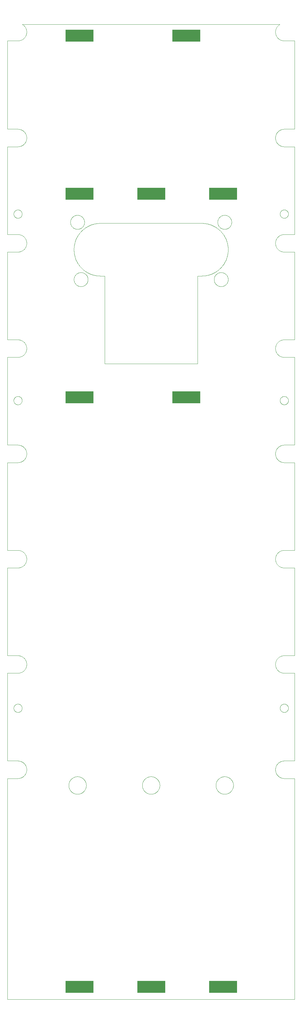
<source format=gtp>
G75*
%MOIN*%
%OFA0B0*%
%FSLAX25Y25*%
%IPPOS*%
%LPD*%
%AMOC8*
5,1,8,0,0,1.08239X$1,22.5*
%
%ADD10C,0.00394*%
%ADD11R,0.31496X0.13780*%
D10*
X0102215Y0071072D02*
X0425050Y0071072D01*
X0425050Y0319015D01*
X0413239Y0319015D01*
X0413239Y0319014D02*
X0412999Y0319017D01*
X0412760Y0319026D01*
X0412521Y0319040D01*
X0412282Y0319061D01*
X0412043Y0319087D01*
X0411806Y0319119D01*
X0411569Y0319157D01*
X0411333Y0319200D01*
X0411099Y0319249D01*
X0410866Y0319304D01*
X0410634Y0319365D01*
X0410403Y0319431D01*
X0410175Y0319503D01*
X0409948Y0319581D01*
X0409723Y0319663D01*
X0409500Y0319752D01*
X0409279Y0319846D01*
X0409061Y0319945D01*
X0408845Y0320049D01*
X0408632Y0320159D01*
X0408422Y0320273D01*
X0408214Y0320393D01*
X0408009Y0320518D01*
X0407808Y0320648D01*
X0407610Y0320783D01*
X0407415Y0320922D01*
X0407223Y0321066D01*
X0407035Y0321215D01*
X0406851Y0321368D01*
X0406671Y0321526D01*
X0406494Y0321688D01*
X0406321Y0321855D01*
X0406153Y0322025D01*
X0405989Y0322200D01*
X0405829Y0322378D01*
X0405673Y0322561D01*
X0405522Y0322747D01*
X0405376Y0322937D01*
X0405234Y0323130D01*
X0405097Y0323326D01*
X0404964Y0323526D01*
X0404837Y0323729D01*
X0404715Y0323935D01*
X0404597Y0324145D01*
X0404485Y0324356D01*
X0404378Y0324571D01*
X0404276Y0324788D01*
X0404180Y0325007D01*
X0404089Y0325229D01*
X0404003Y0325453D01*
X0403923Y0325679D01*
X0403849Y0325907D01*
X0403780Y0326136D01*
X0403716Y0326367D01*
X0403658Y0326600D01*
X0403606Y0326834D01*
X0403560Y0327069D01*
X0403519Y0327305D01*
X0403484Y0327543D01*
X0403455Y0327780D01*
X0403432Y0328019D01*
X0403414Y0328258D01*
X0403403Y0328498D01*
X0403397Y0328737D01*
X0403397Y0328977D01*
X0403403Y0329216D01*
X0403414Y0329456D01*
X0403432Y0329695D01*
X0403455Y0329934D01*
X0403484Y0330171D01*
X0403519Y0330409D01*
X0403560Y0330645D01*
X0403606Y0330880D01*
X0403658Y0331114D01*
X0403716Y0331347D01*
X0403780Y0331578D01*
X0403849Y0331807D01*
X0403923Y0332035D01*
X0404003Y0332261D01*
X0404089Y0332485D01*
X0404180Y0332707D01*
X0404276Y0332926D01*
X0404378Y0333143D01*
X0404485Y0333358D01*
X0404597Y0333569D01*
X0404715Y0333779D01*
X0404837Y0333985D01*
X0404964Y0334188D01*
X0405097Y0334388D01*
X0405234Y0334584D01*
X0405376Y0334777D01*
X0405522Y0334967D01*
X0405673Y0335153D01*
X0405829Y0335336D01*
X0405989Y0335514D01*
X0406153Y0335689D01*
X0406321Y0335859D01*
X0406494Y0336026D01*
X0406671Y0336188D01*
X0406851Y0336346D01*
X0407035Y0336499D01*
X0407223Y0336648D01*
X0407415Y0336792D01*
X0407610Y0336931D01*
X0407808Y0337066D01*
X0408009Y0337196D01*
X0408214Y0337321D01*
X0408422Y0337441D01*
X0408632Y0337555D01*
X0408845Y0337665D01*
X0409061Y0337769D01*
X0409279Y0337868D01*
X0409500Y0337962D01*
X0409723Y0338051D01*
X0409948Y0338133D01*
X0410175Y0338211D01*
X0410403Y0338283D01*
X0410634Y0338349D01*
X0410866Y0338410D01*
X0411099Y0338465D01*
X0411333Y0338514D01*
X0411569Y0338557D01*
X0411806Y0338595D01*
X0412043Y0338627D01*
X0412282Y0338653D01*
X0412521Y0338674D01*
X0412760Y0338688D01*
X0412999Y0338697D01*
X0413239Y0338700D01*
X0425050Y0338700D01*
X0425050Y0437125D01*
X0413239Y0437125D01*
X0413239Y0437124D02*
X0412999Y0437127D01*
X0412760Y0437136D01*
X0412521Y0437150D01*
X0412282Y0437171D01*
X0412043Y0437197D01*
X0411806Y0437229D01*
X0411569Y0437267D01*
X0411333Y0437310D01*
X0411099Y0437359D01*
X0410866Y0437414D01*
X0410634Y0437475D01*
X0410403Y0437541D01*
X0410175Y0437613D01*
X0409948Y0437691D01*
X0409723Y0437773D01*
X0409500Y0437862D01*
X0409279Y0437956D01*
X0409061Y0438055D01*
X0408845Y0438159D01*
X0408632Y0438269D01*
X0408422Y0438383D01*
X0408214Y0438503D01*
X0408009Y0438628D01*
X0407808Y0438758D01*
X0407610Y0438893D01*
X0407415Y0439032D01*
X0407223Y0439176D01*
X0407035Y0439325D01*
X0406851Y0439478D01*
X0406671Y0439636D01*
X0406494Y0439798D01*
X0406321Y0439965D01*
X0406153Y0440135D01*
X0405989Y0440310D01*
X0405829Y0440488D01*
X0405673Y0440671D01*
X0405522Y0440857D01*
X0405376Y0441047D01*
X0405234Y0441240D01*
X0405097Y0441436D01*
X0404964Y0441636D01*
X0404837Y0441839D01*
X0404715Y0442045D01*
X0404597Y0442255D01*
X0404485Y0442466D01*
X0404378Y0442681D01*
X0404276Y0442898D01*
X0404180Y0443117D01*
X0404089Y0443339D01*
X0404003Y0443563D01*
X0403923Y0443789D01*
X0403849Y0444017D01*
X0403780Y0444246D01*
X0403716Y0444477D01*
X0403658Y0444710D01*
X0403606Y0444944D01*
X0403560Y0445179D01*
X0403519Y0445415D01*
X0403484Y0445653D01*
X0403455Y0445890D01*
X0403432Y0446129D01*
X0403414Y0446368D01*
X0403403Y0446608D01*
X0403397Y0446847D01*
X0403397Y0447087D01*
X0403403Y0447326D01*
X0403414Y0447566D01*
X0403432Y0447805D01*
X0403455Y0448044D01*
X0403484Y0448281D01*
X0403519Y0448519D01*
X0403560Y0448755D01*
X0403606Y0448990D01*
X0403658Y0449224D01*
X0403716Y0449457D01*
X0403780Y0449688D01*
X0403849Y0449917D01*
X0403923Y0450145D01*
X0404003Y0450371D01*
X0404089Y0450595D01*
X0404180Y0450817D01*
X0404276Y0451036D01*
X0404378Y0451253D01*
X0404485Y0451468D01*
X0404597Y0451679D01*
X0404715Y0451889D01*
X0404837Y0452095D01*
X0404964Y0452298D01*
X0405097Y0452498D01*
X0405234Y0452694D01*
X0405376Y0452887D01*
X0405522Y0453077D01*
X0405673Y0453263D01*
X0405829Y0453446D01*
X0405989Y0453624D01*
X0406153Y0453799D01*
X0406321Y0453969D01*
X0406494Y0454136D01*
X0406671Y0454298D01*
X0406851Y0454456D01*
X0407035Y0454609D01*
X0407223Y0454758D01*
X0407415Y0454902D01*
X0407610Y0455041D01*
X0407808Y0455176D01*
X0408009Y0455306D01*
X0408214Y0455431D01*
X0408422Y0455551D01*
X0408632Y0455665D01*
X0408845Y0455775D01*
X0409061Y0455879D01*
X0409279Y0455978D01*
X0409500Y0456072D01*
X0409723Y0456161D01*
X0409948Y0456243D01*
X0410175Y0456321D01*
X0410403Y0456393D01*
X0410634Y0456459D01*
X0410866Y0456520D01*
X0411099Y0456575D01*
X0411333Y0456624D01*
X0411569Y0456667D01*
X0411806Y0456705D01*
X0412043Y0456737D01*
X0412282Y0456763D01*
X0412521Y0456784D01*
X0412760Y0456798D01*
X0412999Y0456807D01*
X0413239Y0456810D01*
X0425050Y0456810D01*
X0425050Y0555235D01*
X0413239Y0555235D01*
X0412999Y0555238D01*
X0412760Y0555247D01*
X0412521Y0555261D01*
X0412282Y0555282D01*
X0412043Y0555308D01*
X0411806Y0555340D01*
X0411569Y0555378D01*
X0411333Y0555421D01*
X0411099Y0555470D01*
X0410866Y0555525D01*
X0410634Y0555586D01*
X0410403Y0555652D01*
X0410175Y0555724D01*
X0409948Y0555802D01*
X0409723Y0555884D01*
X0409500Y0555973D01*
X0409279Y0556067D01*
X0409061Y0556166D01*
X0408845Y0556270D01*
X0408632Y0556380D01*
X0408422Y0556494D01*
X0408214Y0556614D01*
X0408009Y0556739D01*
X0407808Y0556869D01*
X0407610Y0557004D01*
X0407415Y0557143D01*
X0407223Y0557287D01*
X0407035Y0557436D01*
X0406851Y0557589D01*
X0406671Y0557747D01*
X0406494Y0557909D01*
X0406321Y0558076D01*
X0406153Y0558246D01*
X0405989Y0558421D01*
X0405829Y0558599D01*
X0405673Y0558782D01*
X0405522Y0558968D01*
X0405376Y0559158D01*
X0405234Y0559351D01*
X0405097Y0559547D01*
X0404964Y0559747D01*
X0404837Y0559950D01*
X0404715Y0560157D01*
X0404597Y0560366D01*
X0404485Y0560577D01*
X0404378Y0560792D01*
X0404276Y0561009D01*
X0404180Y0561228D01*
X0404089Y0561450D01*
X0404003Y0561674D01*
X0403923Y0561900D01*
X0403849Y0562128D01*
X0403780Y0562357D01*
X0403716Y0562588D01*
X0403658Y0562821D01*
X0403606Y0563055D01*
X0403560Y0563290D01*
X0403519Y0563526D01*
X0403484Y0563764D01*
X0403455Y0564001D01*
X0403432Y0564240D01*
X0403414Y0564479D01*
X0403403Y0564719D01*
X0403397Y0564958D01*
X0403397Y0565198D01*
X0403403Y0565437D01*
X0403414Y0565677D01*
X0403432Y0565916D01*
X0403455Y0566155D01*
X0403484Y0566392D01*
X0403519Y0566630D01*
X0403560Y0566866D01*
X0403606Y0567101D01*
X0403658Y0567335D01*
X0403716Y0567568D01*
X0403780Y0567799D01*
X0403849Y0568028D01*
X0403923Y0568256D01*
X0404003Y0568482D01*
X0404089Y0568706D01*
X0404180Y0568928D01*
X0404276Y0569147D01*
X0404378Y0569364D01*
X0404485Y0569579D01*
X0404597Y0569790D01*
X0404715Y0570000D01*
X0404837Y0570206D01*
X0404964Y0570409D01*
X0405097Y0570609D01*
X0405234Y0570805D01*
X0405376Y0570998D01*
X0405522Y0571188D01*
X0405673Y0571374D01*
X0405829Y0571557D01*
X0405989Y0571735D01*
X0406153Y0571910D01*
X0406321Y0572080D01*
X0406494Y0572247D01*
X0406671Y0572409D01*
X0406851Y0572567D01*
X0407035Y0572720D01*
X0407223Y0572869D01*
X0407415Y0573013D01*
X0407610Y0573152D01*
X0407808Y0573287D01*
X0408009Y0573417D01*
X0408214Y0573542D01*
X0408422Y0573662D01*
X0408632Y0573776D01*
X0408845Y0573886D01*
X0409061Y0573990D01*
X0409279Y0574089D01*
X0409500Y0574183D01*
X0409723Y0574272D01*
X0409948Y0574354D01*
X0410175Y0574432D01*
X0410403Y0574504D01*
X0410634Y0574570D01*
X0410866Y0574631D01*
X0411099Y0574686D01*
X0411333Y0574735D01*
X0411569Y0574778D01*
X0411806Y0574816D01*
X0412043Y0574848D01*
X0412282Y0574874D01*
X0412521Y0574895D01*
X0412760Y0574909D01*
X0412999Y0574918D01*
X0413239Y0574921D01*
X0413239Y0574920D02*
X0425050Y0574920D01*
X0425050Y0673345D01*
X0413239Y0673345D01*
X0412999Y0673348D01*
X0412760Y0673357D01*
X0412521Y0673371D01*
X0412282Y0673392D01*
X0412043Y0673418D01*
X0411806Y0673450D01*
X0411569Y0673488D01*
X0411333Y0673531D01*
X0411099Y0673580D01*
X0410866Y0673635D01*
X0410634Y0673696D01*
X0410403Y0673762D01*
X0410175Y0673834D01*
X0409948Y0673912D01*
X0409723Y0673994D01*
X0409500Y0674083D01*
X0409279Y0674177D01*
X0409061Y0674276D01*
X0408845Y0674380D01*
X0408632Y0674490D01*
X0408422Y0674604D01*
X0408214Y0674724D01*
X0408009Y0674849D01*
X0407808Y0674979D01*
X0407610Y0675114D01*
X0407415Y0675253D01*
X0407223Y0675397D01*
X0407035Y0675546D01*
X0406851Y0675699D01*
X0406671Y0675857D01*
X0406494Y0676019D01*
X0406321Y0676186D01*
X0406153Y0676356D01*
X0405989Y0676531D01*
X0405829Y0676709D01*
X0405673Y0676892D01*
X0405522Y0677078D01*
X0405376Y0677268D01*
X0405234Y0677461D01*
X0405097Y0677657D01*
X0404964Y0677857D01*
X0404837Y0678060D01*
X0404715Y0678267D01*
X0404597Y0678476D01*
X0404485Y0678687D01*
X0404378Y0678902D01*
X0404276Y0679119D01*
X0404180Y0679338D01*
X0404089Y0679560D01*
X0404003Y0679784D01*
X0403923Y0680010D01*
X0403849Y0680238D01*
X0403780Y0680467D01*
X0403716Y0680698D01*
X0403658Y0680931D01*
X0403606Y0681165D01*
X0403560Y0681400D01*
X0403519Y0681636D01*
X0403484Y0681874D01*
X0403455Y0682111D01*
X0403432Y0682350D01*
X0403414Y0682589D01*
X0403403Y0682829D01*
X0403397Y0683068D01*
X0403397Y0683308D01*
X0403403Y0683547D01*
X0403414Y0683787D01*
X0403432Y0684026D01*
X0403455Y0684265D01*
X0403484Y0684502D01*
X0403519Y0684740D01*
X0403560Y0684976D01*
X0403606Y0685211D01*
X0403658Y0685445D01*
X0403716Y0685678D01*
X0403780Y0685909D01*
X0403849Y0686138D01*
X0403923Y0686366D01*
X0404003Y0686592D01*
X0404089Y0686816D01*
X0404180Y0687038D01*
X0404276Y0687257D01*
X0404378Y0687474D01*
X0404485Y0687689D01*
X0404597Y0687900D01*
X0404715Y0688110D01*
X0404837Y0688316D01*
X0404964Y0688519D01*
X0405097Y0688719D01*
X0405234Y0688915D01*
X0405376Y0689108D01*
X0405522Y0689298D01*
X0405673Y0689484D01*
X0405829Y0689667D01*
X0405989Y0689845D01*
X0406153Y0690020D01*
X0406321Y0690190D01*
X0406494Y0690357D01*
X0406671Y0690519D01*
X0406851Y0690677D01*
X0407035Y0690830D01*
X0407223Y0690979D01*
X0407415Y0691123D01*
X0407610Y0691262D01*
X0407808Y0691397D01*
X0408009Y0691527D01*
X0408214Y0691652D01*
X0408422Y0691772D01*
X0408632Y0691886D01*
X0408845Y0691996D01*
X0409061Y0692100D01*
X0409279Y0692199D01*
X0409500Y0692293D01*
X0409723Y0692382D01*
X0409948Y0692464D01*
X0410175Y0692542D01*
X0410403Y0692614D01*
X0410634Y0692680D01*
X0410866Y0692741D01*
X0411099Y0692796D01*
X0411333Y0692845D01*
X0411569Y0692888D01*
X0411806Y0692926D01*
X0412043Y0692958D01*
X0412282Y0692984D01*
X0412521Y0693005D01*
X0412760Y0693019D01*
X0412999Y0693028D01*
X0413239Y0693031D01*
X0413239Y0693030D02*
X0425050Y0693030D01*
X0425050Y0791456D01*
X0413239Y0791456D01*
X0413239Y0791455D02*
X0412999Y0791458D01*
X0412760Y0791467D01*
X0412521Y0791481D01*
X0412282Y0791502D01*
X0412043Y0791528D01*
X0411806Y0791560D01*
X0411569Y0791598D01*
X0411333Y0791641D01*
X0411099Y0791690D01*
X0410866Y0791745D01*
X0410634Y0791806D01*
X0410403Y0791872D01*
X0410175Y0791944D01*
X0409948Y0792022D01*
X0409723Y0792104D01*
X0409500Y0792193D01*
X0409279Y0792287D01*
X0409061Y0792386D01*
X0408845Y0792490D01*
X0408632Y0792600D01*
X0408422Y0792714D01*
X0408214Y0792834D01*
X0408009Y0792959D01*
X0407808Y0793089D01*
X0407610Y0793224D01*
X0407415Y0793363D01*
X0407223Y0793507D01*
X0407035Y0793656D01*
X0406851Y0793809D01*
X0406671Y0793967D01*
X0406494Y0794129D01*
X0406321Y0794296D01*
X0406153Y0794466D01*
X0405989Y0794641D01*
X0405829Y0794819D01*
X0405673Y0795002D01*
X0405522Y0795188D01*
X0405376Y0795378D01*
X0405234Y0795571D01*
X0405097Y0795767D01*
X0404964Y0795967D01*
X0404837Y0796170D01*
X0404715Y0796377D01*
X0404597Y0796586D01*
X0404485Y0796797D01*
X0404378Y0797012D01*
X0404276Y0797229D01*
X0404180Y0797448D01*
X0404089Y0797670D01*
X0404003Y0797894D01*
X0403923Y0798120D01*
X0403849Y0798348D01*
X0403780Y0798577D01*
X0403716Y0798808D01*
X0403658Y0799041D01*
X0403606Y0799275D01*
X0403560Y0799510D01*
X0403519Y0799746D01*
X0403484Y0799984D01*
X0403455Y0800221D01*
X0403432Y0800460D01*
X0403414Y0800699D01*
X0403403Y0800939D01*
X0403397Y0801178D01*
X0403397Y0801418D01*
X0403403Y0801657D01*
X0403414Y0801897D01*
X0403432Y0802136D01*
X0403455Y0802375D01*
X0403484Y0802612D01*
X0403519Y0802850D01*
X0403560Y0803086D01*
X0403606Y0803321D01*
X0403658Y0803555D01*
X0403716Y0803788D01*
X0403780Y0804019D01*
X0403849Y0804248D01*
X0403923Y0804476D01*
X0404003Y0804702D01*
X0404089Y0804926D01*
X0404180Y0805148D01*
X0404276Y0805367D01*
X0404378Y0805584D01*
X0404485Y0805799D01*
X0404597Y0806010D01*
X0404715Y0806220D01*
X0404837Y0806426D01*
X0404964Y0806629D01*
X0405097Y0806829D01*
X0405234Y0807025D01*
X0405376Y0807218D01*
X0405522Y0807408D01*
X0405673Y0807594D01*
X0405829Y0807777D01*
X0405989Y0807955D01*
X0406153Y0808130D01*
X0406321Y0808300D01*
X0406494Y0808467D01*
X0406671Y0808629D01*
X0406851Y0808787D01*
X0407035Y0808940D01*
X0407223Y0809089D01*
X0407415Y0809233D01*
X0407610Y0809372D01*
X0407808Y0809507D01*
X0408009Y0809637D01*
X0408214Y0809762D01*
X0408422Y0809882D01*
X0408632Y0809996D01*
X0408845Y0810106D01*
X0409061Y0810210D01*
X0409279Y0810309D01*
X0409500Y0810403D01*
X0409723Y0810492D01*
X0409948Y0810574D01*
X0410175Y0810652D01*
X0410403Y0810724D01*
X0410634Y0810790D01*
X0410866Y0810851D01*
X0411099Y0810906D01*
X0411333Y0810955D01*
X0411569Y0810998D01*
X0411806Y0811036D01*
X0412043Y0811068D01*
X0412282Y0811094D01*
X0412521Y0811115D01*
X0412760Y0811129D01*
X0412999Y0811138D01*
X0413239Y0811141D01*
X0425050Y0811141D01*
X0425050Y0909566D01*
X0413239Y0909566D01*
X0413239Y0909565D02*
X0412999Y0909568D01*
X0412760Y0909577D01*
X0412521Y0909591D01*
X0412282Y0909612D01*
X0412043Y0909638D01*
X0411806Y0909670D01*
X0411569Y0909708D01*
X0411333Y0909751D01*
X0411099Y0909800D01*
X0410866Y0909855D01*
X0410634Y0909916D01*
X0410403Y0909982D01*
X0410175Y0910054D01*
X0409948Y0910132D01*
X0409723Y0910214D01*
X0409500Y0910303D01*
X0409279Y0910397D01*
X0409061Y0910496D01*
X0408845Y0910600D01*
X0408632Y0910710D01*
X0408422Y0910824D01*
X0408214Y0910944D01*
X0408009Y0911069D01*
X0407808Y0911199D01*
X0407610Y0911334D01*
X0407415Y0911473D01*
X0407223Y0911617D01*
X0407035Y0911766D01*
X0406851Y0911919D01*
X0406671Y0912077D01*
X0406494Y0912239D01*
X0406321Y0912406D01*
X0406153Y0912576D01*
X0405989Y0912751D01*
X0405829Y0912929D01*
X0405673Y0913112D01*
X0405522Y0913298D01*
X0405376Y0913488D01*
X0405234Y0913681D01*
X0405097Y0913877D01*
X0404964Y0914077D01*
X0404837Y0914280D01*
X0404715Y0914487D01*
X0404597Y0914696D01*
X0404485Y0914907D01*
X0404378Y0915122D01*
X0404276Y0915339D01*
X0404180Y0915558D01*
X0404089Y0915780D01*
X0404003Y0916004D01*
X0403923Y0916230D01*
X0403849Y0916458D01*
X0403780Y0916687D01*
X0403716Y0916918D01*
X0403658Y0917151D01*
X0403606Y0917385D01*
X0403560Y0917620D01*
X0403519Y0917856D01*
X0403484Y0918094D01*
X0403455Y0918331D01*
X0403432Y0918570D01*
X0403414Y0918809D01*
X0403403Y0919049D01*
X0403397Y0919288D01*
X0403397Y0919528D01*
X0403403Y0919767D01*
X0403414Y0920007D01*
X0403432Y0920246D01*
X0403455Y0920485D01*
X0403484Y0920722D01*
X0403519Y0920960D01*
X0403560Y0921196D01*
X0403606Y0921431D01*
X0403658Y0921665D01*
X0403716Y0921898D01*
X0403780Y0922129D01*
X0403849Y0922358D01*
X0403923Y0922586D01*
X0404003Y0922812D01*
X0404089Y0923036D01*
X0404180Y0923258D01*
X0404276Y0923477D01*
X0404378Y0923694D01*
X0404485Y0923909D01*
X0404597Y0924120D01*
X0404715Y0924330D01*
X0404837Y0924536D01*
X0404964Y0924739D01*
X0405097Y0924939D01*
X0405234Y0925135D01*
X0405376Y0925328D01*
X0405522Y0925518D01*
X0405673Y0925704D01*
X0405829Y0925887D01*
X0405989Y0926065D01*
X0406153Y0926240D01*
X0406321Y0926410D01*
X0406494Y0926577D01*
X0406671Y0926739D01*
X0406851Y0926897D01*
X0407035Y0927050D01*
X0407223Y0927199D01*
X0407415Y0927343D01*
X0407610Y0927482D01*
X0407808Y0927617D01*
X0408009Y0927747D01*
X0408214Y0927872D01*
X0408422Y0927992D01*
X0408632Y0928106D01*
X0408845Y0928216D01*
X0409061Y0928320D01*
X0409279Y0928419D01*
X0409500Y0928513D01*
X0409723Y0928602D01*
X0409948Y0928684D01*
X0410175Y0928762D01*
X0410403Y0928834D01*
X0410634Y0928900D01*
X0410866Y0928961D01*
X0411099Y0929016D01*
X0411333Y0929065D01*
X0411569Y0929108D01*
X0411806Y0929146D01*
X0412043Y0929178D01*
X0412282Y0929204D01*
X0412521Y0929225D01*
X0412760Y0929239D01*
X0412999Y0929248D01*
X0413239Y0929251D01*
X0425050Y0929251D01*
X0425050Y1027676D01*
X0413239Y1027676D01*
X0412999Y1027679D01*
X0412760Y1027688D01*
X0412521Y1027702D01*
X0412282Y1027723D01*
X0412043Y1027749D01*
X0411806Y1027781D01*
X0411569Y1027819D01*
X0411333Y1027862D01*
X0411099Y1027911D01*
X0410866Y1027966D01*
X0410634Y1028027D01*
X0410403Y1028093D01*
X0410175Y1028165D01*
X0409948Y1028243D01*
X0409723Y1028325D01*
X0409500Y1028414D01*
X0409279Y1028508D01*
X0409061Y1028607D01*
X0408845Y1028711D01*
X0408632Y1028821D01*
X0408422Y1028935D01*
X0408214Y1029055D01*
X0408009Y1029180D01*
X0407808Y1029310D01*
X0407610Y1029445D01*
X0407415Y1029584D01*
X0407223Y1029728D01*
X0407035Y1029877D01*
X0406851Y1030030D01*
X0406671Y1030188D01*
X0406494Y1030350D01*
X0406321Y1030517D01*
X0406153Y1030687D01*
X0405989Y1030862D01*
X0405829Y1031040D01*
X0405673Y1031223D01*
X0405522Y1031409D01*
X0405376Y1031599D01*
X0405234Y1031792D01*
X0405097Y1031988D01*
X0404964Y1032188D01*
X0404837Y1032391D01*
X0404715Y1032598D01*
X0404597Y1032807D01*
X0404485Y1033018D01*
X0404378Y1033233D01*
X0404276Y1033450D01*
X0404180Y1033669D01*
X0404089Y1033891D01*
X0404003Y1034115D01*
X0403923Y1034341D01*
X0403849Y1034569D01*
X0403780Y1034798D01*
X0403716Y1035029D01*
X0403658Y1035262D01*
X0403606Y1035496D01*
X0403560Y1035731D01*
X0403519Y1035967D01*
X0403484Y1036205D01*
X0403455Y1036442D01*
X0403432Y1036681D01*
X0403414Y1036920D01*
X0403403Y1037160D01*
X0403397Y1037399D01*
X0403397Y1037639D01*
X0403403Y1037878D01*
X0403414Y1038118D01*
X0403432Y1038357D01*
X0403455Y1038596D01*
X0403484Y1038833D01*
X0403519Y1039071D01*
X0403560Y1039307D01*
X0403606Y1039542D01*
X0403658Y1039776D01*
X0403716Y1040009D01*
X0403780Y1040240D01*
X0403849Y1040469D01*
X0403923Y1040697D01*
X0404003Y1040923D01*
X0404089Y1041147D01*
X0404180Y1041369D01*
X0404276Y1041588D01*
X0404378Y1041805D01*
X0404485Y1042020D01*
X0404597Y1042231D01*
X0404715Y1042441D01*
X0404837Y1042647D01*
X0404964Y1042850D01*
X0405097Y1043050D01*
X0405234Y1043246D01*
X0405376Y1043439D01*
X0405522Y1043629D01*
X0405673Y1043815D01*
X0405829Y1043998D01*
X0405989Y1044176D01*
X0406153Y1044351D01*
X0406321Y1044521D01*
X0406494Y1044688D01*
X0406671Y1044850D01*
X0406851Y1045008D01*
X0407035Y1045161D01*
X0407223Y1045310D01*
X0407415Y1045454D01*
X0407610Y1045593D01*
X0407808Y1045728D01*
X0408009Y1045858D01*
X0408214Y1045983D01*
X0408422Y1046103D01*
X0408632Y1046217D01*
X0408845Y1046327D01*
X0409061Y1046431D01*
X0409279Y1046530D01*
X0409500Y1046624D01*
X0409723Y1046713D01*
X0409948Y1046795D01*
X0410175Y1046873D01*
X0410403Y1046945D01*
X0410634Y1047011D01*
X0410866Y1047072D01*
X0411099Y1047127D01*
X0411333Y1047176D01*
X0411569Y1047219D01*
X0411806Y1047257D01*
X0412043Y1047289D01*
X0412282Y1047315D01*
X0412521Y1047336D01*
X0412760Y1047350D01*
X0412999Y1047359D01*
X0413239Y1047362D01*
X0413239Y1047361D02*
X0425050Y1047361D01*
X0425050Y1146466D01*
X0413239Y1146466D01*
X0413239Y1146465D02*
X0412999Y1146468D01*
X0412760Y1146477D01*
X0412520Y1146491D01*
X0412282Y1146512D01*
X0412043Y1146538D01*
X0411806Y1146570D01*
X0411569Y1146608D01*
X0411333Y1146651D01*
X0411099Y1146701D01*
X0410865Y1146756D01*
X0410633Y1146816D01*
X0410403Y1146882D01*
X0410174Y1146954D01*
X0409947Y1147032D01*
X0409722Y1147115D01*
X0409500Y1147203D01*
X0409279Y1147297D01*
X0409061Y1147396D01*
X0408845Y1147500D01*
X0408632Y1147610D01*
X0408421Y1147725D01*
X0408214Y1147845D01*
X0408009Y1147969D01*
X0407807Y1148099D01*
X0407609Y1148234D01*
X0407414Y1148373D01*
X0407223Y1148518D01*
X0407035Y1148667D01*
X0406851Y1148820D01*
X0406670Y1148978D01*
X0406494Y1149140D01*
X0406321Y1149306D01*
X0406152Y1149477D01*
X0405988Y1149651D01*
X0405828Y1149830D01*
X0405673Y1150012D01*
X0405522Y1150198D01*
X0405375Y1150388D01*
X0405233Y1150581D01*
X0405096Y1150778D01*
X0404964Y1150978D01*
X0404837Y1151181D01*
X0404714Y1151387D01*
X0404597Y1151596D01*
X0404485Y1151808D01*
X0404378Y1152023D01*
X0404276Y1152240D01*
X0404180Y1152459D01*
X0404089Y1152681D01*
X0404003Y1152905D01*
X0403923Y1153131D01*
X0403848Y1153359D01*
X0403779Y1153588D01*
X0403716Y1153820D01*
X0403658Y1154052D01*
X0403606Y1154286D01*
X0403559Y1154521D01*
X0403519Y1154758D01*
X0403484Y1154995D01*
X0403455Y1155233D01*
X0403432Y1155471D01*
X0403414Y1155710D01*
X0403403Y1155950D01*
X0403397Y1156190D01*
X0403397Y1156429D01*
X0403403Y1156669D01*
X0403414Y1156908D01*
X0403432Y1157148D01*
X0403455Y1157386D01*
X0403484Y1157624D01*
X0403519Y1157861D01*
X0403560Y1158097D01*
X0403606Y1158333D01*
X0403659Y1158567D01*
X0403716Y1158799D01*
X0403780Y1159030D01*
X0403849Y1159260D01*
X0403924Y1159488D01*
X0404004Y1159714D01*
X0404090Y1159938D01*
X0404181Y1160159D01*
X0404277Y1160379D01*
X0404379Y1160596D01*
X0404486Y1160810D01*
X0404598Y1161022D01*
X0404716Y1161231D01*
X0404838Y1161437D01*
X0404966Y1161640D01*
X0405098Y1161840D01*
X0405235Y1162037D01*
X0405377Y1162230D01*
X0405523Y1162420D01*
X0405675Y1162606D01*
X0405830Y1162788D01*
X0405990Y1162967D01*
X0406155Y1163141D01*
X0406323Y1163312D01*
X0406496Y1163478D01*
X0406672Y1163640D01*
X0406853Y1163798D01*
X0407037Y1163951D01*
X0407225Y1164100D01*
X0407417Y1164244D01*
X0407612Y1164384D01*
X0407810Y1164518D01*
X0408011Y1164648D01*
X0408216Y1164773D01*
X0119049Y1164773D01*
X0119254Y1164648D01*
X0119455Y1164518D01*
X0119653Y1164384D01*
X0119848Y1164244D01*
X0120040Y1164100D01*
X0120228Y1163951D01*
X0120412Y1163798D01*
X0120593Y1163640D01*
X0120769Y1163478D01*
X0120942Y1163312D01*
X0121110Y1163141D01*
X0121275Y1162967D01*
X0121435Y1162788D01*
X0121590Y1162606D01*
X0121742Y1162420D01*
X0121888Y1162230D01*
X0122030Y1162037D01*
X0122167Y1161840D01*
X0122299Y1161640D01*
X0122427Y1161437D01*
X0122549Y1161231D01*
X0122667Y1161022D01*
X0122779Y1160810D01*
X0122886Y1160596D01*
X0122988Y1160379D01*
X0123084Y1160159D01*
X0123175Y1159938D01*
X0123261Y1159714D01*
X0123341Y1159488D01*
X0123416Y1159260D01*
X0123485Y1159030D01*
X0123549Y1158799D01*
X0123606Y1158567D01*
X0123659Y1158333D01*
X0123705Y1158097D01*
X0123746Y1157861D01*
X0123781Y1157624D01*
X0123810Y1157386D01*
X0123833Y1157148D01*
X0123851Y1156908D01*
X0123862Y1156669D01*
X0123868Y1156429D01*
X0123868Y1156190D01*
X0123862Y1155950D01*
X0123851Y1155710D01*
X0123833Y1155471D01*
X0123810Y1155233D01*
X0123781Y1154995D01*
X0123746Y1154758D01*
X0123706Y1154521D01*
X0123659Y1154286D01*
X0123607Y1154052D01*
X0123549Y1153820D01*
X0123486Y1153588D01*
X0123417Y1153359D01*
X0123342Y1153131D01*
X0123262Y1152905D01*
X0123176Y1152681D01*
X0123085Y1152459D01*
X0122989Y1152240D01*
X0122887Y1152023D01*
X0122780Y1151808D01*
X0122668Y1151596D01*
X0122551Y1151387D01*
X0122428Y1151181D01*
X0122301Y1150978D01*
X0122169Y1150778D01*
X0122032Y1150581D01*
X0121890Y1150388D01*
X0121743Y1150198D01*
X0121592Y1150012D01*
X0121437Y1149830D01*
X0121277Y1149651D01*
X0121113Y1149477D01*
X0120944Y1149306D01*
X0120771Y1149140D01*
X0120595Y1148978D01*
X0120414Y1148820D01*
X0120230Y1148667D01*
X0120042Y1148518D01*
X0119851Y1148373D01*
X0119656Y1148234D01*
X0119458Y1148099D01*
X0119256Y1147969D01*
X0119051Y1147845D01*
X0118844Y1147725D01*
X0118633Y1147610D01*
X0118420Y1147500D01*
X0118204Y1147396D01*
X0117986Y1147297D01*
X0117765Y1147203D01*
X0117543Y1147115D01*
X0117318Y1147032D01*
X0117091Y1146954D01*
X0116862Y1146882D01*
X0116632Y1146816D01*
X0116400Y1146756D01*
X0116166Y1146701D01*
X0115932Y1146651D01*
X0115696Y1146608D01*
X0115459Y1146570D01*
X0115222Y1146538D01*
X0114983Y1146512D01*
X0114745Y1146491D01*
X0114505Y1146477D01*
X0114266Y1146468D01*
X0114026Y1146465D01*
X0114026Y1146466D02*
X0102215Y1146466D01*
X0102215Y1047361D01*
X0114026Y1047361D01*
X0114026Y1047362D02*
X0114266Y1047359D01*
X0114505Y1047350D01*
X0114744Y1047336D01*
X0114983Y1047315D01*
X0115222Y1047289D01*
X0115459Y1047257D01*
X0115696Y1047219D01*
X0115932Y1047176D01*
X0116166Y1047127D01*
X0116399Y1047072D01*
X0116631Y1047011D01*
X0116862Y1046945D01*
X0117090Y1046873D01*
X0117317Y1046795D01*
X0117542Y1046713D01*
X0117765Y1046624D01*
X0117986Y1046530D01*
X0118204Y1046431D01*
X0118420Y1046327D01*
X0118633Y1046217D01*
X0118843Y1046103D01*
X0119051Y1045983D01*
X0119256Y1045858D01*
X0119457Y1045728D01*
X0119655Y1045593D01*
X0119850Y1045454D01*
X0120042Y1045310D01*
X0120230Y1045161D01*
X0120414Y1045008D01*
X0120594Y1044850D01*
X0120771Y1044688D01*
X0120944Y1044521D01*
X0121112Y1044351D01*
X0121276Y1044176D01*
X0121436Y1043998D01*
X0121592Y1043815D01*
X0121743Y1043629D01*
X0121889Y1043439D01*
X0122031Y1043246D01*
X0122168Y1043050D01*
X0122301Y1042850D01*
X0122428Y1042647D01*
X0122550Y1042441D01*
X0122668Y1042231D01*
X0122780Y1042020D01*
X0122887Y1041805D01*
X0122989Y1041588D01*
X0123085Y1041369D01*
X0123176Y1041147D01*
X0123262Y1040923D01*
X0123342Y1040697D01*
X0123416Y1040469D01*
X0123485Y1040240D01*
X0123549Y1040009D01*
X0123607Y1039776D01*
X0123659Y1039542D01*
X0123705Y1039307D01*
X0123746Y1039071D01*
X0123781Y1038833D01*
X0123810Y1038596D01*
X0123833Y1038357D01*
X0123851Y1038118D01*
X0123862Y1037878D01*
X0123868Y1037639D01*
X0123868Y1037399D01*
X0123862Y1037160D01*
X0123851Y1036920D01*
X0123833Y1036681D01*
X0123810Y1036442D01*
X0123781Y1036205D01*
X0123746Y1035967D01*
X0123705Y1035731D01*
X0123659Y1035496D01*
X0123607Y1035262D01*
X0123549Y1035029D01*
X0123485Y1034798D01*
X0123416Y1034569D01*
X0123342Y1034341D01*
X0123262Y1034115D01*
X0123176Y1033891D01*
X0123085Y1033669D01*
X0122989Y1033450D01*
X0122887Y1033233D01*
X0122780Y1033018D01*
X0122668Y1032807D01*
X0122550Y1032598D01*
X0122428Y1032391D01*
X0122301Y1032188D01*
X0122168Y1031988D01*
X0122031Y1031792D01*
X0121889Y1031599D01*
X0121743Y1031409D01*
X0121592Y1031223D01*
X0121436Y1031040D01*
X0121276Y1030862D01*
X0121112Y1030687D01*
X0120944Y1030517D01*
X0120771Y1030350D01*
X0120594Y1030188D01*
X0120414Y1030030D01*
X0120230Y1029877D01*
X0120042Y1029728D01*
X0119850Y1029584D01*
X0119655Y1029445D01*
X0119457Y1029310D01*
X0119256Y1029180D01*
X0119051Y1029055D01*
X0118843Y1028935D01*
X0118633Y1028821D01*
X0118420Y1028711D01*
X0118204Y1028607D01*
X0117986Y1028508D01*
X0117765Y1028414D01*
X0117542Y1028325D01*
X0117317Y1028243D01*
X0117090Y1028165D01*
X0116862Y1028093D01*
X0116631Y1028027D01*
X0116399Y1027966D01*
X0116166Y1027911D01*
X0115932Y1027862D01*
X0115696Y1027819D01*
X0115459Y1027781D01*
X0115222Y1027749D01*
X0114983Y1027723D01*
X0114744Y1027702D01*
X0114505Y1027688D01*
X0114266Y1027679D01*
X0114026Y1027676D01*
X0102215Y1027676D01*
X0102215Y0929251D01*
X0114026Y0929251D01*
X0114266Y0929248D01*
X0114505Y0929239D01*
X0114744Y0929225D01*
X0114983Y0929204D01*
X0115222Y0929178D01*
X0115459Y0929146D01*
X0115696Y0929108D01*
X0115932Y0929065D01*
X0116166Y0929016D01*
X0116399Y0928961D01*
X0116631Y0928900D01*
X0116862Y0928834D01*
X0117090Y0928762D01*
X0117317Y0928684D01*
X0117542Y0928602D01*
X0117765Y0928513D01*
X0117986Y0928419D01*
X0118204Y0928320D01*
X0118420Y0928216D01*
X0118633Y0928106D01*
X0118843Y0927992D01*
X0119051Y0927872D01*
X0119256Y0927747D01*
X0119457Y0927617D01*
X0119655Y0927482D01*
X0119850Y0927343D01*
X0120042Y0927199D01*
X0120230Y0927050D01*
X0120414Y0926897D01*
X0120594Y0926739D01*
X0120771Y0926577D01*
X0120944Y0926410D01*
X0121112Y0926240D01*
X0121276Y0926065D01*
X0121436Y0925887D01*
X0121592Y0925704D01*
X0121743Y0925518D01*
X0121889Y0925328D01*
X0122031Y0925135D01*
X0122168Y0924939D01*
X0122301Y0924739D01*
X0122428Y0924536D01*
X0122550Y0924330D01*
X0122668Y0924120D01*
X0122780Y0923909D01*
X0122887Y0923694D01*
X0122989Y0923477D01*
X0123085Y0923258D01*
X0123176Y0923036D01*
X0123262Y0922812D01*
X0123342Y0922586D01*
X0123416Y0922358D01*
X0123485Y0922129D01*
X0123549Y0921898D01*
X0123607Y0921665D01*
X0123659Y0921431D01*
X0123705Y0921196D01*
X0123746Y0920960D01*
X0123781Y0920722D01*
X0123810Y0920485D01*
X0123833Y0920246D01*
X0123851Y0920007D01*
X0123862Y0919767D01*
X0123868Y0919528D01*
X0123868Y0919288D01*
X0123862Y0919049D01*
X0123851Y0918809D01*
X0123833Y0918570D01*
X0123810Y0918331D01*
X0123781Y0918094D01*
X0123746Y0917856D01*
X0123705Y0917620D01*
X0123659Y0917385D01*
X0123607Y0917151D01*
X0123549Y0916918D01*
X0123485Y0916687D01*
X0123416Y0916458D01*
X0123342Y0916230D01*
X0123262Y0916004D01*
X0123176Y0915780D01*
X0123085Y0915558D01*
X0122989Y0915339D01*
X0122887Y0915122D01*
X0122780Y0914907D01*
X0122668Y0914696D01*
X0122550Y0914487D01*
X0122428Y0914280D01*
X0122301Y0914077D01*
X0122168Y0913877D01*
X0122031Y0913681D01*
X0121889Y0913488D01*
X0121743Y0913298D01*
X0121592Y0913112D01*
X0121436Y0912929D01*
X0121276Y0912751D01*
X0121112Y0912576D01*
X0120944Y0912406D01*
X0120771Y0912239D01*
X0120594Y0912077D01*
X0120414Y0911919D01*
X0120230Y0911766D01*
X0120042Y0911617D01*
X0119850Y0911473D01*
X0119655Y0911334D01*
X0119457Y0911199D01*
X0119256Y0911069D01*
X0119051Y0910944D01*
X0118843Y0910824D01*
X0118633Y0910710D01*
X0118420Y0910600D01*
X0118204Y0910496D01*
X0117986Y0910397D01*
X0117765Y0910303D01*
X0117542Y0910214D01*
X0117317Y0910132D01*
X0117090Y0910054D01*
X0116862Y0909982D01*
X0116631Y0909916D01*
X0116399Y0909855D01*
X0116166Y0909800D01*
X0115932Y0909751D01*
X0115696Y0909708D01*
X0115459Y0909670D01*
X0115222Y0909638D01*
X0114983Y0909612D01*
X0114744Y0909591D01*
X0114505Y0909577D01*
X0114266Y0909568D01*
X0114026Y0909565D01*
X0114026Y0909566D02*
X0102215Y0909566D01*
X0102215Y0811141D01*
X0114026Y0811141D01*
X0114266Y0811138D01*
X0114505Y0811129D01*
X0114744Y0811115D01*
X0114983Y0811094D01*
X0115222Y0811068D01*
X0115459Y0811036D01*
X0115696Y0810998D01*
X0115932Y0810955D01*
X0116166Y0810906D01*
X0116399Y0810851D01*
X0116631Y0810790D01*
X0116862Y0810724D01*
X0117090Y0810652D01*
X0117317Y0810574D01*
X0117542Y0810492D01*
X0117765Y0810403D01*
X0117986Y0810309D01*
X0118204Y0810210D01*
X0118420Y0810106D01*
X0118633Y0809996D01*
X0118843Y0809882D01*
X0119051Y0809762D01*
X0119256Y0809637D01*
X0119457Y0809507D01*
X0119655Y0809372D01*
X0119850Y0809233D01*
X0120042Y0809089D01*
X0120230Y0808940D01*
X0120414Y0808787D01*
X0120594Y0808629D01*
X0120771Y0808467D01*
X0120944Y0808300D01*
X0121112Y0808130D01*
X0121276Y0807955D01*
X0121436Y0807777D01*
X0121592Y0807594D01*
X0121743Y0807408D01*
X0121889Y0807218D01*
X0122031Y0807025D01*
X0122168Y0806829D01*
X0122301Y0806629D01*
X0122428Y0806426D01*
X0122550Y0806220D01*
X0122668Y0806010D01*
X0122780Y0805799D01*
X0122887Y0805584D01*
X0122989Y0805367D01*
X0123085Y0805148D01*
X0123176Y0804926D01*
X0123262Y0804702D01*
X0123342Y0804476D01*
X0123416Y0804248D01*
X0123485Y0804019D01*
X0123549Y0803788D01*
X0123607Y0803555D01*
X0123659Y0803321D01*
X0123705Y0803086D01*
X0123746Y0802850D01*
X0123781Y0802612D01*
X0123810Y0802375D01*
X0123833Y0802136D01*
X0123851Y0801897D01*
X0123862Y0801657D01*
X0123868Y0801418D01*
X0123868Y0801178D01*
X0123862Y0800939D01*
X0123851Y0800699D01*
X0123833Y0800460D01*
X0123810Y0800221D01*
X0123781Y0799984D01*
X0123746Y0799746D01*
X0123705Y0799510D01*
X0123659Y0799275D01*
X0123607Y0799041D01*
X0123549Y0798808D01*
X0123485Y0798577D01*
X0123416Y0798348D01*
X0123342Y0798120D01*
X0123262Y0797894D01*
X0123176Y0797670D01*
X0123085Y0797448D01*
X0122989Y0797229D01*
X0122887Y0797012D01*
X0122780Y0796797D01*
X0122668Y0796586D01*
X0122550Y0796377D01*
X0122428Y0796170D01*
X0122301Y0795967D01*
X0122168Y0795767D01*
X0122031Y0795571D01*
X0121889Y0795378D01*
X0121743Y0795188D01*
X0121592Y0795002D01*
X0121436Y0794819D01*
X0121276Y0794641D01*
X0121112Y0794466D01*
X0120944Y0794296D01*
X0120771Y0794129D01*
X0120594Y0793967D01*
X0120414Y0793809D01*
X0120230Y0793656D01*
X0120042Y0793507D01*
X0119850Y0793363D01*
X0119655Y0793224D01*
X0119457Y0793089D01*
X0119256Y0792959D01*
X0119051Y0792834D01*
X0118843Y0792714D01*
X0118633Y0792600D01*
X0118420Y0792490D01*
X0118204Y0792386D01*
X0117986Y0792287D01*
X0117765Y0792193D01*
X0117542Y0792104D01*
X0117317Y0792022D01*
X0117090Y0791944D01*
X0116862Y0791872D01*
X0116631Y0791806D01*
X0116399Y0791745D01*
X0116166Y0791690D01*
X0115932Y0791641D01*
X0115696Y0791598D01*
X0115459Y0791560D01*
X0115222Y0791528D01*
X0114983Y0791502D01*
X0114744Y0791481D01*
X0114505Y0791467D01*
X0114266Y0791458D01*
X0114026Y0791455D01*
X0114026Y0791456D02*
X0102215Y0791456D01*
X0102215Y0693030D01*
X0114026Y0693030D01*
X0114026Y0693031D02*
X0114266Y0693028D01*
X0114505Y0693019D01*
X0114744Y0693005D01*
X0114983Y0692984D01*
X0115222Y0692958D01*
X0115459Y0692926D01*
X0115696Y0692888D01*
X0115932Y0692845D01*
X0116166Y0692796D01*
X0116399Y0692741D01*
X0116631Y0692680D01*
X0116862Y0692614D01*
X0117090Y0692542D01*
X0117317Y0692464D01*
X0117542Y0692382D01*
X0117765Y0692293D01*
X0117986Y0692199D01*
X0118204Y0692100D01*
X0118420Y0691996D01*
X0118633Y0691886D01*
X0118843Y0691772D01*
X0119051Y0691652D01*
X0119256Y0691527D01*
X0119457Y0691397D01*
X0119655Y0691262D01*
X0119850Y0691123D01*
X0120042Y0690979D01*
X0120230Y0690830D01*
X0120414Y0690677D01*
X0120594Y0690519D01*
X0120771Y0690357D01*
X0120944Y0690190D01*
X0121112Y0690020D01*
X0121276Y0689845D01*
X0121436Y0689667D01*
X0121592Y0689484D01*
X0121743Y0689298D01*
X0121889Y0689108D01*
X0122031Y0688915D01*
X0122168Y0688719D01*
X0122301Y0688519D01*
X0122428Y0688316D01*
X0122550Y0688110D01*
X0122668Y0687900D01*
X0122780Y0687689D01*
X0122887Y0687474D01*
X0122989Y0687257D01*
X0123085Y0687038D01*
X0123176Y0686816D01*
X0123262Y0686592D01*
X0123342Y0686366D01*
X0123416Y0686138D01*
X0123485Y0685909D01*
X0123549Y0685678D01*
X0123607Y0685445D01*
X0123659Y0685211D01*
X0123705Y0684976D01*
X0123746Y0684740D01*
X0123781Y0684502D01*
X0123810Y0684265D01*
X0123833Y0684026D01*
X0123851Y0683787D01*
X0123862Y0683547D01*
X0123868Y0683308D01*
X0123868Y0683068D01*
X0123862Y0682829D01*
X0123851Y0682589D01*
X0123833Y0682350D01*
X0123810Y0682111D01*
X0123781Y0681874D01*
X0123746Y0681636D01*
X0123705Y0681400D01*
X0123659Y0681165D01*
X0123607Y0680931D01*
X0123549Y0680698D01*
X0123485Y0680467D01*
X0123416Y0680238D01*
X0123342Y0680010D01*
X0123262Y0679784D01*
X0123176Y0679560D01*
X0123085Y0679338D01*
X0122989Y0679119D01*
X0122887Y0678902D01*
X0122780Y0678687D01*
X0122668Y0678476D01*
X0122550Y0678267D01*
X0122428Y0678060D01*
X0122301Y0677857D01*
X0122168Y0677657D01*
X0122031Y0677461D01*
X0121889Y0677268D01*
X0121743Y0677078D01*
X0121592Y0676892D01*
X0121436Y0676709D01*
X0121276Y0676531D01*
X0121112Y0676356D01*
X0120944Y0676186D01*
X0120771Y0676019D01*
X0120594Y0675857D01*
X0120414Y0675699D01*
X0120230Y0675546D01*
X0120042Y0675397D01*
X0119850Y0675253D01*
X0119655Y0675114D01*
X0119457Y0674979D01*
X0119256Y0674849D01*
X0119051Y0674724D01*
X0118843Y0674604D01*
X0118633Y0674490D01*
X0118420Y0674380D01*
X0118204Y0674276D01*
X0117986Y0674177D01*
X0117765Y0674083D01*
X0117542Y0673994D01*
X0117317Y0673912D01*
X0117090Y0673834D01*
X0116862Y0673762D01*
X0116631Y0673696D01*
X0116399Y0673635D01*
X0116166Y0673580D01*
X0115932Y0673531D01*
X0115696Y0673488D01*
X0115459Y0673450D01*
X0115222Y0673418D01*
X0114983Y0673392D01*
X0114744Y0673371D01*
X0114505Y0673357D01*
X0114266Y0673348D01*
X0114026Y0673345D01*
X0102215Y0673345D01*
X0102215Y0574920D01*
X0114026Y0574920D01*
X0114026Y0574921D02*
X0114266Y0574918D01*
X0114505Y0574909D01*
X0114744Y0574895D01*
X0114983Y0574874D01*
X0115222Y0574848D01*
X0115459Y0574816D01*
X0115696Y0574778D01*
X0115932Y0574735D01*
X0116166Y0574686D01*
X0116399Y0574631D01*
X0116631Y0574570D01*
X0116862Y0574504D01*
X0117090Y0574432D01*
X0117317Y0574354D01*
X0117542Y0574272D01*
X0117765Y0574183D01*
X0117986Y0574089D01*
X0118204Y0573990D01*
X0118420Y0573886D01*
X0118633Y0573776D01*
X0118843Y0573662D01*
X0119051Y0573542D01*
X0119256Y0573417D01*
X0119457Y0573287D01*
X0119655Y0573152D01*
X0119850Y0573013D01*
X0120042Y0572869D01*
X0120230Y0572720D01*
X0120414Y0572567D01*
X0120594Y0572409D01*
X0120771Y0572247D01*
X0120944Y0572080D01*
X0121112Y0571910D01*
X0121276Y0571735D01*
X0121436Y0571557D01*
X0121592Y0571374D01*
X0121743Y0571188D01*
X0121889Y0570998D01*
X0122031Y0570805D01*
X0122168Y0570609D01*
X0122301Y0570409D01*
X0122428Y0570206D01*
X0122550Y0570000D01*
X0122668Y0569790D01*
X0122780Y0569579D01*
X0122887Y0569364D01*
X0122989Y0569147D01*
X0123085Y0568928D01*
X0123176Y0568706D01*
X0123262Y0568482D01*
X0123342Y0568256D01*
X0123416Y0568028D01*
X0123485Y0567799D01*
X0123549Y0567568D01*
X0123607Y0567335D01*
X0123659Y0567101D01*
X0123705Y0566866D01*
X0123746Y0566630D01*
X0123781Y0566392D01*
X0123810Y0566155D01*
X0123833Y0565916D01*
X0123851Y0565677D01*
X0123862Y0565437D01*
X0123868Y0565198D01*
X0123868Y0564958D01*
X0123862Y0564719D01*
X0123851Y0564479D01*
X0123833Y0564240D01*
X0123810Y0564001D01*
X0123781Y0563764D01*
X0123746Y0563526D01*
X0123705Y0563290D01*
X0123659Y0563055D01*
X0123607Y0562821D01*
X0123549Y0562588D01*
X0123485Y0562357D01*
X0123416Y0562128D01*
X0123342Y0561900D01*
X0123262Y0561674D01*
X0123176Y0561450D01*
X0123085Y0561228D01*
X0122989Y0561009D01*
X0122887Y0560792D01*
X0122780Y0560577D01*
X0122668Y0560366D01*
X0122550Y0560157D01*
X0122428Y0559950D01*
X0122301Y0559747D01*
X0122168Y0559547D01*
X0122031Y0559351D01*
X0121889Y0559158D01*
X0121743Y0558968D01*
X0121592Y0558782D01*
X0121436Y0558599D01*
X0121276Y0558421D01*
X0121112Y0558246D01*
X0120944Y0558076D01*
X0120771Y0557909D01*
X0120594Y0557747D01*
X0120414Y0557589D01*
X0120230Y0557436D01*
X0120042Y0557287D01*
X0119850Y0557143D01*
X0119655Y0557004D01*
X0119457Y0556869D01*
X0119256Y0556739D01*
X0119051Y0556614D01*
X0118843Y0556494D01*
X0118633Y0556380D01*
X0118420Y0556270D01*
X0118204Y0556166D01*
X0117986Y0556067D01*
X0117765Y0555973D01*
X0117542Y0555884D01*
X0117317Y0555802D01*
X0117090Y0555724D01*
X0116862Y0555652D01*
X0116631Y0555586D01*
X0116399Y0555525D01*
X0116166Y0555470D01*
X0115932Y0555421D01*
X0115696Y0555378D01*
X0115459Y0555340D01*
X0115222Y0555308D01*
X0114983Y0555282D01*
X0114744Y0555261D01*
X0114505Y0555247D01*
X0114266Y0555238D01*
X0114026Y0555235D01*
X0102215Y0555235D01*
X0102215Y0456810D01*
X0114026Y0456810D01*
X0114266Y0456807D01*
X0114505Y0456798D01*
X0114744Y0456784D01*
X0114983Y0456763D01*
X0115222Y0456737D01*
X0115459Y0456705D01*
X0115696Y0456667D01*
X0115932Y0456624D01*
X0116166Y0456575D01*
X0116399Y0456520D01*
X0116631Y0456459D01*
X0116862Y0456393D01*
X0117090Y0456321D01*
X0117317Y0456243D01*
X0117542Y0456161D01*
X0117765Y0456072D01*
X0117986Y0455978D01*
X0118204Y0455879D01*
X0118420Y0455775D01*
X0118633Y0455665D01*
X0118843Y0455551D01*
X0119051Y0455431D01*
X0119256Y0455306D01*
X0119457Y0455176D01*
X0119655Y0455041D01*
X0119850Y0454902D01*
X0120042Y0454758D01*
X0120230Y0454609D01*
X0120414Y0454456D01*
X0120594Y0454298D01*
X0120771Y0454136D01*
X0120944Y0453969D01*
X0121112Y0453799D01*
X0121276Y0453624D01*
X0121436Y0453446D01*
X0121592Y0453263D01*
X0121743Y0453077D01*
X0121889Y0452887D01*
X0122031Y0452694D01*
X0122168Y0452498D01*
X0122301Y0452298D01*
X0122428Y0452095D01*
X0122550Y0451889D01*
X0122668Y0451679D01*
X0122780Y0451468D01*
X0122887Y0451253D01*
X0122989Y0451036D01*
X0123085Y0450817D01*
X0123176Y0450595D01*
X0123262Y0450371D01*
X0123342Y0450145D01*
X0123416Y0449917D01*
X0123485Y0449688D01*
X0123549Y0449457D01*
X0123607Y0449224D01*
X0123659Y0448990D01*
X0123705Y0448755D01*
X0123746Y0448519D01*
X0123781Y0448281D01*
X0123810Y0448044D01*
X0123833Y0447805D01*
X0123851Y0447566D01*
X0123862Y0447326D01*
X0123868Y0447087D01*
X0123868Y0446847D01*
X0123862Y0446608D01*
X0123851Y0446368D01*
X0123833Y0446129D01*
X0123810Y0445890D01*
X0123781Y0445653D01*
X0123746Y0445415D01*
X0123705Y0445179D01*
X0123659Y0444944D01*
X0123607Y0444710D01*
X0123549Y0444477D01*
X0123485Y0444246D01*
X0123416Y0444017D01*
X0123342Y0443789D01*
X0123262Y0443563D01*
X0123176Y0443339D01*
X0123085Y0443117D01*
X0122989Y0442898D01*
X0122887Y0442681D01*
X0122780Y0442466D01*
X0122668Y0442255D01*
X0122550Y0442046D01*
X0122428Y0441839D01*
X0122301Y0441636D01*
X0122168Y0441436D01*
X0122031Y0441240D01*
X0121889Y0441047D01*
X0121743Y0440857D01*
X0121592Y0440671D01*
X0121436Y0440488D01*
X0121276Y0440310D01*
X0121112Y0440135D01*
X0120944Y0439965D01*
X0120771Y0439798D01*
X0120594Y0439636D01*
X0120414Y0439478D01*
X0120230Y0439325D01*
X0120042Y0439176D01*
X0119850Y0439032D01*
X0119655Y0438893D01*
X0119457Y0438758D01*
X0119256Y0438628D01*
X0119051Y0438503D01*
X0118843Y0438383D01*
X0118633Y0438269D01*
X0118420Y0438159D01*
X0118204Y0438055D01*
X0117986Y0437956D01*
X0117765Y0437862D01*
X0117542Y0437773D01*
X0117317Y0437691D01*
X0117090Y0437613D01*
X0116862Y0437541D01*
X0116631Y0437475D01*
X0116399Y0437414D01*
X0116166Y0437359D01*
X0115932Y0437310D01*
X0115696Y0437267D01*
X0115459Y0437229D01*
X0115222Y0437197D01*
X0114983Y0437171D01*
X0114744Y0437150D01*
X0114505Y0437136D01*
X0114266Y0437127D01*
X0114026Y0437124D01*
X0114026Y0437125D02*
X0102215Y0437125D01*
X0102215Y0338700D01*
X0114026Y0338700D01*
X0114266Y0338697D01*
X0114505Y0338688D01*
X0114744Y0338674D01*
X0114983Y0338653D01*
X0115222Y0338627D01*
X0115459Y0338595D01*
X0115696Y0338557D01*
X0115932Y0338514D01*
X0116166Y0338465D01*
X0116399Y0338410D01*
X0116631Y0338349D01*
X0116862Y0338283D01*
X0117090Y0338211D01*
X0117317Y0338133D01*
X0117542Y0338051D01*
X0117765Y0337962D01*
X0117986Y0337868D01*
X0118204Y0337769D01*
X0118420Y0337665D01*
X0118633Y0337555D01*
X0118843Y0337441D01*
X0119051Y0337321D01*
X0119256Y0337196D01*
X0119457Y0337066D01*
X0119655Y0336931D01*
X0119850Y0336792D01*
X0120042Y0336648D01*
X0120230Y0336499D01*
X0120414Y0336346D01*
X0120594Y0336188D01*
X0120771Y0336026D01*
X0120944Y0335859D01*
X0121112Y0335689D01*
X0121276Y0335514D01*
X0121436Y0335336D01*
X0121592Y0335153D01*
X0121743Y0334967D01*
X0121889Y0334777D01*
X0122031Y0334584D01*
X0122168Y0334388D01*
X0122301Y0334188D01*
X0122428Y0333985D01*
X0122550Y0333779D01*
X0122668Y0333569D01*
X0122780Y0333358D01*
X0122887Y0333143D01*
X0122989Y0332926D01*
X0123085Y0332707D01*
X0123176Y0332485D01*
X0123262Y0332261D01*
X0123342Y0332035D01*
X0123416Y0331807D01*
X0123485Y0331578D01*
X0123549Y0331347D01*
X0123607Y0331114D01*
X0123659Y0330880D01*
X0123705Y0330645D01*
X0123746Y0330409D01*
X0123781Y0330171D01*
X0123810Y0329934D01*
X0123833Y0329695D01*
X0123851Y0329456D01*
X0123862Y0329216D01*
X0123868Y0328977D01*
X0123868Y0328737D01*
X0123862Y0328498D01*
X0123851Y0328258D01*
X0123833Y0328019D01*
X0123810Y0327780D01*
X0123781Y0327543D01*
X0123746Y0327305D01*
X0123705Y0327069D01*
X0123659Y0326834D01*
X0123607Y0326600D01*
X0123549Y0326367D01*
X0123485Y0326136D01*
X0123416Y0325907D01*
X0123342Y0325679D01*
X0123262Y0325453D01*
X0123176Y0325229D01*
X0123085Y0325007D01*
X0122989Y0324788D01*
X0122887Y0324571D01*
X0122780Y0324356D01*
X0122668Y0324145D01*
X0122550Y0323936D01*
X0122428Y0323729D01*
X0122301Y0323526D01*
X0122168Y0323326D01*
X0122031Y0323130D01*
X0121889Y0322937D01*
X0121743Y0322747D01*
X0121592Y0322561D01*
X0121436Y0322378D01*
X0121276Y0322200D01*
X0121112Y0322025D01*
X0120944Y0321855D01*
X0120771Y0321688D01*
X0120594Y0321526D01*
X0120414Y0321368D01*
X0120230Y0321215D01*
X0120042Y0321066D01*
X0119850Y0320922D01*
X0119655Y0320783D01*
X0119457Y0320648D01*
X0119256Y0320518D01*
X0119051Y0320393D01*
X0118843Y0320273D01*
X0118633Y0320159D01*
X0118420Y0320049D01*
X0118204Y0319945D01*
X0117986Y0319846D01*
X0117765Y0319752D01*
X0117542Y0319663D01*
X0117317Y0319581D01*
X0117090Y0319503D01*
X0116862Y0319431D01*
X0116631Y0319365D01*
X0116399Y0319304D01*
X0116166Y0319249D01*
X0115932Y0319200D01*
X0115696Y0319157D01*
X0115459Y0319119D01*
X0115222Y0319087D01*
X0114983Y0319061D01*
X0114744Y0319040D01*
X0114505Y0319026D01*
X0114266Y0319017D01*
X0114026Y0319014D01*
X0114026Y0319015D02*
X0102215Y0319015D01*
X0102215Y0071072D01*
X0171112Y0311229D02*
X0171115Y0311471D01*
X0171124Y0311712D01*
X0171139Y0311953D01*
X0171159Y0312194D01*
X0171186Y0312434D01*
X0171219Y0312673D01*
X0171257Y0312912D01*
X0171301Y0313149D01*
X0171351Y0313386D01*
X0171407Y0313621D01*
X0171469Y0313854D01*
X0171536Y0314086D01*
X0171609Y0314317D01*
X0171687Y0314545D01*
X0171772Y0314771D01*
X0171861Y0314996D01*
X0171956Y0315218D01*
X0172057Y0315437D01*
X0172163Y0315655D01*
X0172274Y0315869D01*
X0172391Y0316081D01*
X0172512Y0316289D01*
X0172639Y0316495D01*
X0172771Y0316697D01*
X0172908Y0316897D01*
X0173049Y0317092D01*
X0173195Y0317285D01*
X0173346Y0317473D01*
X0173502Y0317658D01*
X0173662Y0317839D01*
X0173826Y0318016D01*
X0173995Y0318189D01*
X0174168Y0318358D01*
X0174345Y0318522D01*
X0174526Y0318682D01*
X0174711Y0318838D01*
X0174899Y0318989D01*
X0175092Y0319135D01*
X0175287Y0319276D01*
X0175487Y0319413D01*
X0175689Y0319545D01*
X0175895Y0319672D01*
X0176103Y0319793D01*
X0176315Y0319910D01*
X0176529Y0320021D01*
X0176747Y0320127D01*
X0176966Y0320228D01*
X0177188Y0320323D01*
X0177413Y0320412D01*
X0177639Y0320497D01*
X0177867Y0320575D01*
X0178098Y0320648D01*
X0178330Y0320715D01*
X0178563Y0320777D01*
X0178798Y0320833D01*
X0179035Y0320883D01*
X0179272Y0320927D01*
X0179511Y0320965D01*
X0179750Y0320998D01*
X0179990Y0321025D01*
X0180231Y0321045D01*
X0180472Y0321060D01*
X0180713Y0321069D01*
X0180955Y0321072D01*
X0181197Y0321069D01*
X0181438Y0321060D01*
X0181679Y0321045D01*
X0181920Y0321025D01*
X0182160Y0320998D01*
X0182399Y0320965D01*
X0182638Y0320927D01*
X0182875Y0320883D01*
X0183112Y0320833D01*
X0183347Y0320777D01*
X0183580Y0320715D01*
X0183812Y0320648D01*
X0184043Y0320575D01*
X0184271Y0320497D01*
X0184497Y0320412D01*
X0184722Y0320323D01*
X0184944Y0320228D01*
X0185163Y0320127D01*
X0185381Y0320021D01*
X0185595Y0319910D01*
X0185807Y0319793D01*
X0186015Y0319672D01*
X0186221Y0319545D01*
X0186423Y0319413D01*
X0186623Y0319276D01*
X0186818Y0319135D01*
X0187011Y0318989D01*
X0187199Y0318838D01*
X0187384Y0318682D01*
X0187565Y0318522D01*
X0187742Y0318358D01*
X0187915Y0318189D01*
X0188084Y0318016D01*
X0188248Y0317839D01*
X0188408Y0317658D01*
X0188564Y0317473D01*
X0188715Y0317285D01*
X0188861Y0317092D01*
X0189002Y0316897D01*
X0189139Y0316697D01*
X0189271Y0316495D01*
X0189398Y0316289D01*
X0189519Y0316081D01*
X0189636Y0315869D01*
X0189747Y0315655D01*
X0189853Y0315437D01*
X0189954Y0315218D01*
X0190049Y0314996D01*
X0190138Y0314771D01*
X0190223Y0314545D01*
X0190301Y0314317D01*
X0190374Y0314086D01*
X0190441Y0313854D01*
X0190503Y0313621D01*
X0190559Y0313386D01*
X0190609Y0313149D01*
X0190653Y0312912D01*
X0190691Y0312673D01*
X0190724Y0312434D01*
X0190751Y0312194D01*
X0190771Y0311953D01*
X0190786Y0311712D01*
X0190795Y0311471D01*
X0190798Y0311229D01*
X0190795Y0310987D01*
X0190786Y0310746D01*
X0190771Y0310505D01*
X0190751Y0310264D01*
X0190724Y0310024D01*
X0190691Y0309785D01*
X0190653Y0309546D01*
X0190609Y0309309D01*
X0190559Y0309072D01*
X0190503Y0308837D01*
X0190441Y0308604D01*
X0190374Y0308372D01*
X0190301Y0308141D01*
X0190223Y0307913D01*
X0190138Y0307687D01*
X0190049Y0307462D01*
X0189954Y0307240D01*
X0189853Y0307021D01*
X0189747Y0306803D01*
X0189636Y0306589D01*
X0189519Y0306377D01*
X0189398Y0306169D01*
X0189271Y0305963D01*
X0189139Y0305761D01*
X0189002Y0305561D01*
X0188861Y0305366D01*
X0188715Y0305173D01*
X0188564Y0304985D01*
X0188408Y0304800D01*
X0188248Y0304619D01*
X0188084Y0304442D01*
X0187915Y0304269D01*
X0187742Y0304100D01*
X0187565Y0303936D01*
X0187384Y0303776D01*
X0187199Y0303620D01*
X0187011Y0303469D01*
X0186818Y0303323D01*
X0186623Y0303182D01*
X0186423Y0303045D01*
X0186221Y0302913D01*
X0186015Y0302786D01*
X0185807Y0302665D01*
X0185595Y0302548D01*
X0185381Y0302437D01*
X0185163Y0302331D01*
X0184944Y0302230D01*
X0184722Y0302135D01*
X0184497Y0302046D01*
X0184271Y0301961D01*
X0184043Y0301883D01*
X0183812Y0301810D01*
X0183580Y0301743D01*
X0183347Y0301681D01*
X0183112Y0301625D01*
X0182875Y0301575D01*
X0182638Y0301531D01*
X0182399Y0301493D01*
X0182160Y0301460D01*
X0181920Y0301433D01*
X0181679Y0301413D01*
X0181438Y0301398D01*
X0181197Y0301389D01*
X0180955Y0301386D01*
X0180713Y0301389D01*
X0180472Y0301398D01*
X0180231Y0301413D01*
X0179990Y0301433D01*
X0179750Y0301460D01*
X0179511Y0301493D01*
X0179272Y0301531D01*
X0179035Y0301575D01*
X0178798Y0301625D01*
X0178563Y0301681D01*
X0178330Y0301743D01*
X0178098Y0301810D01*
X0177867Y0301883D01*
X0177639Y0301961D01*
X0177413Y0302046D01*
X0177188Y0302135D01*
X0176966Y0302230D01*
X0176747Y0302331D01*
X0176529Y0302437D01*
X0176315Y0302548D01*
X0176103Y0302665D01*
X0175895Y0302786D01*
X0175689Y0302913D01*
X0175487Y0303045D01*
X0175287Y0303182D01*
X0175092Y0303323D01*
X0174899Y0303469D01*
X0174711Y0303620D01*
X0174526Y0303776D01*
X0174345Y0303936D01*
X0174168Y0304100D01*
X0173995Y0304269D01*
X0173826Y0304442D01*
X0173662Y0304619D01*
X0173502Y0304800D01*
X0173346Y0304985D01*
X0173195Y0305173D01*
X0173049Y0305366D01*
X0172908Y0305561D01*
X0172771Y0305761D01*
X0172639Y0305963D01*
X0172512Y0306169D01*
X0172391Y0306377D01*
X0172274Y0306589D01*
X0172163Y0306803D01*
X0172057Y0307021D01*
X0171956Y0307240D01*
X0171861Y0307462D01*
X0171772Y0307687D01*
X0171687Y0307913D01*
X0171609Y0308141D01*
X0171536Y0308372D01*
X0171469Y0308604D01*
X0171407Y0308837D01*
X0171351Y0309072D01*
X0171301Y0309309D01*
X0171257Y0309546D01*
X0171219Y0309785D01*
X0171186Y0310024D01*
X0171159Y0310264D01*
X0171139Y0310505D01*
X0171124Y0310746D01*
X0171115Y0310987D01*
X0171112Y0311229D01*
X0109339Y0397844D02*
X0109341Y0397980D01*
X0109347Y0398117D01*
X0109357Y0398252D01*
X0109371Y0398388D01*
X0109388Y0398523D01*
X0109410Y0398658D01*
X0109436Y0398792D01*
X0109465Y0398925D01*
X0109499Y0399057D01*
X0109536Y0399188D01*
X0109577Y0399318D01*
X0109622Y0399447D01*
X0109670Y0399574D01*
X0109722Y0399700D01*
X0109778Y0399825D01*
X0109838Y0399948D01*
X0109900Y0400068D01*
X0109967Y0400187D01*
X0110037Y0400305D01*
X0110110Y0400420D01*
X0110187Y0400532D01*
X0110266Y0400643D01*
X0110349Y0400751D01*
X0110436Y0400857D01*
X0110525Y0400960D01*
X0110617Y0401060D01*
X0110712Y0401158D01*
X0110810Y0401253D01*
X0110910Y0401345D01*
X0111013Y0401434D01*
X0111119Y0401521D01*
X0111227Y0401604D01*
X0111338Y0401683D01*
X0111450Y0401760D01*
X0111565Y0401833D01*
X0111682Y0401903D01*
X0111802Y0401970D01*
X0111922Y0402032D01*
X0112045Y0402092D01*
X0112170Y0402148D01*
X0112296Y0402200D01*
X0112423Y0402248D01*
X0112552Y0402293D01*
X0112682Y0402334D01*
X0112813Y0402371D01*
X0112945Y0402405D01*
X0113078Y0402434D01*
X0113212Y0402460D01*
X0113347Y0402482D01*
X0113482Y0402499D01*
X0113618Y0402513D01*
X0113753Y0402523D01*
X0113890Y0402529D01*
X0114026Y0402531D01*
X0114162Y0402529D01*
X0114299Y0402523D01*
X0114434Y0402513D01*
X0114570Y0402499D01*
X0114705Y0402482D01*
X0114840Y0402460D01*
X0114974Y0402434D01*
X0115107Y0402405D01*
X0115239Y0402371D01*
X0115370Y0402334D01*
X0115500Y0402293D01*
X0115629Y0402248D01*
X0115756Y0402200D01*
X0115882Y0402148D01*
X0116007Y0402092D01*
X0116130Y0402032D01*
X0116250Y0401970D01*
X0116369Y0401903D01*
X0116487Y0401833D01*
X0116602Y0401760D01*
X0116714Y0401683D01*
X0116825Y0401604D01*
X0116933Y0401521D01*
X0117039Y0401434D01*
X0117142Y0401345D01*
X0117242Y0401253D01*
X0117340Y0401158D01*
X0117435Y0401060D01*
X0117527Y0400960D01*
X0117616Y0400857D01*
X0117703Y0400751D01*
X0117786Y0400643D01*
X0117865Y0400532D01*
X0117942Y0400420D01*
X0118015Y0400305D01*
X0118085Y0400187D01*
X0118152Y0400068D01*
X0118214Y0399948D01*
X0118274Y0399825D01*
X0118330Y0399700D01*
X0118382Y0399574D01*
X0118430Y0399447D01*
X0118475Y0399318D01*
X0118516Y0399188D01*
X0118553Y0399057D01*
X0118587Y0398925D01*
X0118616Y0398792D01*
X0118642Y0398658D01*
X0118664Y0398523D01*
X0118681Y0398388D01*
X0118695Y0398252D01*
X0118705Y0398117D01*
X0118711Y0397980D01*
X0118713Y0397844D01*
X0118711Y0397708D01*
X0118705Y0397571D01*
X0118695Y0397436D01*
X0118681Y0397300D01*
X0118664Y0397165D01*
X0118642Y0397030D01*
X0118616Y0396896D01*
X0118587Y0396763D01*
X0118553Y0396631D01*
X0118516Y0396500D01*
X0118475Y0396370D01*
X0118430Y0396241D01*
X0118382Y0396114D01*
X0118330Y0395988D01*
X0118274Y0395863D01*
X0118214Y0395740D01*
X0118152Y0395620D01*
X0118085Y0395500D01*
X0118015Y0395383D01*
X0117942Y0395268D01*
X0117865Y0395156D01*
X0117786Y0395045D01*
X0117703Y0394937D01*
X0117616Y0394831D01*
X0117527Y0394728D01*
X0117435Y0394628D01*
X0117340Y0394530D01*
X0117242Y0394435D01*
X0117142Y0394343D01*
X0117039Y0394254D01*
X0116933Y0394167D01*
X0116825Y0394084D01*
X0116714Y0394005D01*
X0116602Y0393928D01*
X0116487Y0393855D01*
X0116370Y0393785D01*
X0116250Y0393718D01*
X0116130Y0393656D01*
X0116007Y0393596D01*
X0115882Y0393540D01*
X0115756Y0393488D01*
X0115629Y0393440D01*
X0115500Y0393395D01*
X0115370Y0393354D01*
X0115239Y0393317D01*
X0115107Y0393283D01*
X0114974Y0393254D01*
X0114840Y0393228D01*
X0114705Y0393206D01*
X0114570Y0393189D01*
X0114434Y0393175D01*
X0114299Y0393165D01*
X0114162Y0393159D01*
X0114026Y0393157D01*
X0113890Y0393159D01*
X0113753Y0393165D01*
X0113618Y0393175D01*
X0113482Y0393189D01*
X0113347Y0393206D01*
X0113212Y0393228D01*
X0113078Y0393254D01*
X0112945Y0393283D01*
X0112813Y0393317D01*
X0112682Y0393354D01*
X0112552Y0393395D01*
X0112423Y0393440D01*
X0112296Y0393488D01*
X0112170Y0393540D01*
X0112045Y0393596D01*
X0111922Y0393656D01*
X0111802Y0393718D01*
X0111682Y0393785D01*
X0111565Y0393855D01*
X0111450Y0393928D01*
X0111338Y0394005D01*
X0111227Y0394084D01*
X0111119Y0394167D01*
X0111013Y0394254D01*
X0110910Y0394343D01*
X0110810Y0394435D01*
X0110712Y0394530D01*
X0110617Y0394628D01*
X0110525Y0394728D01*
X0110436Y0394831D01*
X0110349Y0394937D01*
X0110266Y0395045D01*
X0110187Y0395156D01*
X0110110Y0395268D01*
X0110037Y0395383D01*
X0109967Y0395500D01*
X0109900Y0395620D01*
X0109838Y0395740D01*
X0109778Y0395863D01*
X0109722Y0395988D01*
X0109670Y0396114D01*
X0109622Y0396241D01*
X0109577Y0396370D01*
X0109536Y0396500D01*
X0109499Y0396631D01*
X0109465Y0396763D01*
X0109436Y0396896D01*
X0109410Y0397030D01*
X0109388Y0397165D01*
X0109371Y0397300D01*
X0109357Y0397436D01*
X0109347Y0397571D01*
X0109341Y0397708D01*
X0109339Y0397844D01*
X0109339Y0742922D02*
X0109341Y0743058D01*
X0109347Y0743195D01*
X0109357Y0743330D01*
X0109371Y0743466D01*
X0109388Y0743601D01*
X0109410Y0743736D01*
X0109436Y0743870D01*
X0109465Y0744003D01*
X0109499Y0744135D01*
X0109536Y0744266D01*
X0109577Y0744396D01*
X0109622Y0744525D01*
X0109670Y0744652D01*
X0109722Y0744778D01*
X0109778Y0744903D01*
X0109838Y0745026D01*
X0109900Y0745146D01*
X0109967Y0745265D01*
X0110037Y0745383D01*
X0110110Y0745498D01*
X0110187Y0745610D01*
X0110266Y0745721D01*
X0110349Y0745829D01*
X0110436Y0745935D01*
X0110525Y0746038D01*
X0110617Y0746138D01*
X0110712Y0746236D01*
X0110810Y0746331D01*
X0110910Y0746423D01*
X0111013Y0746512D01*
X0111119Y0746599D01*
X0111227Y0746682D01*
X0111338Y0746761D01*
X0111450Y0746838D01*
X0111565Y0746911D01*
X0111682Y0746981D01*
X0111802Y0747048D01*
X0111922Y0747110D01*
X0112045Y0747170D01*
X0112170Y0747226D01*
X0112296Y0747278D01*
X0112423Y0747326D01*
X0112552Y0747371D01*
X0112682Y0747412D01*
X0112813Y0747449D01*
X0112945Y0747483D01*
X0113078Y0747512D01*
X0113212Y0747538D01*
X0113347Y0747560D01*
X0113482Y0747577D01*
X0113618Y0747591D01*
X0113753Y0747601D01*
X0113890Y0747607D01*
X0114026Y0747609D01*
X0114162Y0747607D01*
X0114299Y0747601D01*
X0114434Y0747591D01*
X0114570Y0747577D01*
X0114705Y0747560D01*
X0114840Y0747538D01*
X0114974Y0747512D01*
X0115107Y0747483D01*
X0115239Y0747449D01*
X0115370Y0747412D01*
X0115500Y0747371D01*
X0115629Y0747326D01*
X0115756Y0747278D01*
X0115882Y0747226D01*
X0116007Y0747170D01*
X0116130Y0747110D01*
X0116250Y0747048D01*
X0116369Y0746981D01*
X0116487Y0746911D01*
X0116602Y0746838D01*
X0116714Y0746761D01*
X0116825Y0746682D01*
X0116933Y0746599D01*
X0117039Y0746512D01*
X0117142Y0746423D01*
X0117242Y0746331D01*
X0117340Y0746236D01*
X0117435Y0746138D01*
X0117527Y0746038D01*
X0117616Y0745935D01*
X0117703Y0745829D01*
X0117786Y0745721D01*
X0117865Y0745610D01*
X0117942Y0745498D01*
X0118015Y0745383D01*
X0118085Y0745265D01*
X0118152Y0745146D01*
X0118214Y0745026D01*
X0118274Y0744903D01*
X0118330Y0744778D01*
X0118382Y0744652D01*
X0118430Y0744525D01*
X0118475Y0744396D01*
X0118516Y0744266D01*
X0118553Y0744135D01*
X0118587Y0744003D01*
X0118616Y0743870D01*
X0118642Y0743736D01*
X0118664Y0743601D01*
X0118681Y0743466D01*
X0118695Y0743330D01*
X0118705Y0743195D01*
X0118711Y0743058D01*
X0118713Y0742922D01*
X0118711Y0742786D01*
X0118705Y0742649D01*
X0118695Y0742514D01*
X0118681Y0742378D01*
X0118664Y0742243D01*
X0118642Y0742108D01*
X0118616Y0741974D01*
X0118587Y0741841D01*
X0118553Y0741709D01*
X0118516Y0741578D01*
X0118475Y0741448D01*
X0118430Y0741319D01*
X0118382Y0741192D01*
X0118330Y0741066D01*
X0118274Y0740941D01*
X0118214Y0740818D01*
X0118152Y0740698D01*
X0118085Y0740578D01*
X0118015Y0740461D01*
X0117942Y0740346D01*
X0117865Y0740234D01*
X0117786Y0740123D01*
X0117703Y0740015D01*
X0117616Y0739909D01*
X0117527Y0739806D01*
X0117435Y0739706D01*
X0117340Y0739608D01*
X0117242Y0739513D01*
X0117142Y0739421D01*
X0117039Y0739332D01*
X0116933Y0739245D01*
X0116825Y0739162D01*
X0116714Y0739083D01*
X0116602Y0739006D01*
X0116487Y0738933D01*
X0116370Y0738863D01*
X0116250Y0738796D01*
X0116130Y0738734D01*
X0116007Y0738674D01*
X0115882Y0738618D01*
X0115756Y0738566D01*
X0115629Y0738518D01*
X0115500Y0738473D01*
X0115370Y0738432D01*
X0115239Y0738395D01*
X0115107Y0738361D01*
X0114974Y0738332D01*
X0114840Y0738306D01*
X0114705Y0738284D01*
X0114570Y0738267D01*
X0114434Y0738253D01*
X0114299Y0738243D01*
X0114162Y0738237D01*
X0114026Y0738235D01*
X0113890Y0738237D01*
X0113753Y0738243D01*
X0113618Y0738253D01*
X0113482Y0738267D01*
X0113347Y0738284D01*
X0113212Y0738306D01*
X0113078Y0738332D01*
X0112945Y0738361D01*
X0112813Y0738395D01*
X0112682Y0738432D01*
X0112552Y0738473D01*
X0112423Y0738518D01*
X0112296Y0738566D01*
X0112170Y0738618D01*
X0112045Y0738674D01*
X0111922Y0738734D01*
X0111802Y0738796D01*
X0111682Y0738863D01*
X0111565Y0738933D01*
X0111450Y0739006D01*
X0111338Y0739083D01*
X0111227Y0739162D01*
X0111119Y0739245D01*
X0111013Y0739332D01*
X0110910Y0739421D01*
X0110810Y0739513D01*
X0110712Y0739608D01*
X0110617Y0739706D01*
X0110525Y0739806D01*
X0110436Y0739909D01*
X0110349Y0740015D01*
X0110266Y0740123D01*
X0110187Y0740234D01*
X0110110Y0740346D01*
X0110037Y0740461D01*
X0109967Y0740578D01*
X0109900Y0740698D01*
X0109838Y0740818D01*
X0109778Y0740941D01*
X0109722Y0741066D01*
X0109670Y0741192D01*
X0109622Y0741319D01*
X0109577Y0741448D01*
X0109536Y0741578D01*
X0109499Y0741709D01*
X0109465Y0741841D01*
X0109436Y0741974D01*
X0109410Y0742108D01*
X0109388Y0742243D01*
X0109371Y0742378D01*
X0109357Y0742514D01*
X0109347Y0742649D01*
X0109341Y0742786D01*
X0109339Y0742922D01*
X0173077Y0942972D02*
X0173079Y0943165D01*
X0173086Y0943358D01*
X0173098Y0943551D01*
X0173115Y0943744D01*
X0173136Y0943936D01*
X0173162Y0944127D01*
X0173193Y0944318D01*
X0173228Y0944508D01*
X0173268Y0944697D01*
X0173313Y0944885D01*
X0173362Y0945072D01*
X0173416Y0945258D01*
X0173474Y0945442D01*
X0173537Y0945625D01*
X0173605Y0945806D01*
X0173676Y0945985D01*
X0173753Y0946163D01*
X0173833Y0946339D01*
X0173918Y0946512D01*
X0174007Y0946684D01*
X0174100Y0946853D01*
X0174197Y0947020D01*
X0174299Y0947185D01*
X0174404Y0947347D01*
X0174513Y0947506D01*
X0174627Y0947663D01*
X0174744Y0947816D01*
X0174864Y0947967D01*
X0174989Y0948115D01*
X0175117Y0948260D01*
X0175248Y0948401D01*
X0175383Y0948540D01*
X0175522Y0948675D01*
X0175663Y0948806D01*
X0175808Y0948934D01*
X0175956Y0949059D01*
X0176107Y0949179D01*
X0176260Y0949296D01*
X0176417Y0949410D01*
X0176576Y0949519D01*
X0176738Y0949624D01*
X0176903Y0949726D01*
X0177070Y0949823D01*
X0177239Y0949916D01*
X0177411Y0950005D01*
X0177584Y0950090D01*
X0177760Y0950170D01*
X0177938Y0950247D01*
X0178117Y0950318D01*
X0178298Y0950386D01*
X0178481Y0950449D01*
X0178665Y0950507D01*
X0178851Y0950561D01*
X0179038Y0950610D01*
X0179226Y0950655D01*
X0179415Y0950695D01*
X0179605Y0950730D01*
X0179796Y0950761D01*
X0179987Y0950787D01*
X0180179Y0950808D01*
X0180372Y0950825D01*
X0180565Y0950837D01*
X0180758Y0950844D01*
X0180951Y0950846D01*
X0181144Y0950844D01*
X0181337Y0950837D01*
X0181530Y0950825D01*
X0181723Y0950808D01*
X0181915Y0950787D01*
X0182106Y0950761D01*
X0182297Y0950730D01*
X0182487Y0950695D01*
X0182676Y0950655D01*
X0182864Y0950610D01*
X0183051Y0950561D01*
X0183237Y0950507D01*
X0183421Y0950449D01*
X0183604Y0950386D01*
X0183785Y0950318D01*
X0183964Y0950247D01*
X0184142Y0950170D01*
X0184318Y0950090D01*
X0184491Y0950005D01*
X0184663Y0949916D01*
X0184832Y0949823D01*
X0184999Y0949726D01*
X0185164Y0949624D01*
X0185326Y0949519D01*
X0185485Y0949410D01*
X0185642Y0949296D01*
X0185795Y0949179D01*
X0185946Y0949059D01*
X0186094Y0948934D01*
X0186239Y0948806D01*
X0186380Y0948675D01*
X0186519Y0948540D01*
X0186654Y0948401D01*
X0186785Y0948260D01*
X0186913Y0948115D01*
X0187038Y0947967D01*
X0187158Y0947816D01*
X0187275Y0947663D01*
X0187389Y0947506D01*
X0187498Y0947347D01*
X0187603Y0947185D01*
X0187705Y0947020D01*
X0187802Y0946853D01*
X0187895Y0946684D01*
X0187984Y0946512D01*
X0188069Y0946339D01*
X0188149Y0946163D01*
X0188226Y0945985D01*
X0188297Y0945806D01*
X0188365Y0945625D01*
X0188428Y0945442D01*
X0188486Y0945258D01*
X0188540Y0945072D01*
X0188589Y0944885D01*
X0188634Y0944697D01*
X0188674Y0944508D01*
X0188709Y0944318D01*
X0188740Y0944127D01*
X0188766Y0943936D01*
X0188787Y0943744D01*
X0188804Y0943551D01*
X0188816Y0943358D01*
X0188823Y0943165D01*
X0188825Y0942972D01*
X0188823Y0942779D01*
X0188816Y0942586D01*
X0188804Y0942393D01*
X0188787Y0942200D01*
X0188766Y0942008D01*
X0188740Y0941817D01*
X0188709Y0941626D01*
X0188674Y0941436D01*
X0188634Y0941247D01*
X0188589Y0941059D01*
X0188540Y0940872D01*
X0188486Y0940686D01*
X0188428Y0940502D01*
X0188365Y0940319D01*
X0188297Y0940138D01*
X0188226Y0939959D01*
X0188149Y0939781D01*
X0188069Y0939605D01*
X0187984Y0939432D01*
X0187895Y0939260D01*
X0187802Y0939091D01*
X0187705Y0938924D01*
X0187603Y0938759D01*
X0187498Y0938597D01*
X0187389Y0938438D01*
X0187275Y0938281D01*
X0187158Y0938128D01*
X0187038Y0937977D01*
X0186913Y0937829D01*
X0186785Y0937684D01*
X0186654Y0937543D01*
X0186519Y0937404D01*
X0186380Y0937269D01*
X0186239Y0937138D01*
X0186094Y0937010D01*
X0185946Y0936885D01*
X0185795Y0936765D01*
X0185642Y0936648D01*
X0185485Y0936534D01*
X0185326Y0936425D01*
X0185164Y0936320D01*
X0184999Y0936218D01*
X0184832Y0936121D01*
X0184663Y0936028D01*
X0184491Y0935939D01*
X0184318Y0935854D01*
X0184142Y0935774D01*
X0183964Y0935697D01*
X0183785Y0935626D01*
X0183604Y0935558D01*
X0183421Y0935495D01*
X0183237Y0935437D01*
X0183051Y0935383D01*
X0182864Y0935334D01*
X0182676Y0935289D01*
X0182487Y0935249D01*
X0182297Y0935214D01*
X0182106Y0935183D01*
X0181915Y0935157D01*
X0181723Y0935136D01*
X0181530Y0935119D01*
X0181337Y0935107D01*
X0181144Y0935100D01*
X0180951Y0935098D01*
X0180758Y0935100D01*
X0180565Y0935107D01*
X0180372Y0935119D01*
X0180179Y0935136D01*
X0179987Y0935157D01*
X0179796Y0935183D01*
X0179605Y0935214D01*
X0179415Y0935249D01*
X0179226Y0935289D01*
X0179038Y0935334D01*
X0178851Y0935383D01*
X0178665Y0935437D01*
X0178481Y0935495D01*
X0178298Y0935558D01*
X0178117Y0935626D01*
X0177938Y0935697D01*
X0177760Y0935774D01*
X0177584Y0935854D01*
X0177411Y0935939D01*
X0177239Y0936028D01*
X0177070Y0936121D01*
X0176903Y0936218D01*
X0176738Y0936320D01*
X0176576Y0936425D01*
X0176417Y0936534D01*
X0176260Y0936648D01*
X0176107Y0936765D01*
X0175956Y0936885D01*
X0175808Y0937010D01*
X0175663Y0937138D01*
X0175522Y0937269D01*
X0175383Y0937404D01*
X0175248Y0937543D01*
X0175117Y0937684D01*
X0174989Y0937829D01*
X0174864Y0937977D01*
X0174744Y0938128D01*
X0174627Y0938281D01*
X0174513Y0938438D01*
X0174404Y0938597D01*
X0174299Y0938759D01*
X0174197Y0938924D01*
X0174100Y0939091D01*
X0174007Y0939260D01*
X0173918Y0939432D01*
X0173833Y0939605D01*
X0173753Y0939781D01*
X0173676Y0939959D01*
X0173605Y0940138D01*
X0173537Y0940319D01*
X0173474Y0940502D01*
X0173416Y0940686D01*
X0173362Y0940872D01*
X0173313Y0941059D01*
X0173268Y0941247D01*
X0173228Y0941436D01*
X0173193Y0941626D01*
X0173162Y0941817D01*
X0173136Y0942008D01*
X0173115Y0942200D01*
X0173098Y0942393D01*
X0173086Y0942586D01*
X0173079Y0942779D01*
X0173077Y0942972D01*
X0177014Y0878689D02*
X0177016Y0878882D01*
X0177023Y0879075D01*
X0177035Y0879268D01*
X0177052Y0879461D01*
X0177073Y0879653D01*
X0177099Y0879844D01*
X0177130Y0880035D01*
X0177165Y0880225D01*
X0177205Y0880414D01*
X0177250Y0880602D01*
X0177299Y0880789D01*
X0177353Y0880975D01*
X0177411Y0881159D01*
X0177474Y0881342D01*
X0177542Y0881523D01*
X0177613Y0881702D01*
X0177690Y0881880D01*
X0177770Y0882056D01*
X0177855Y0882229D01*
X0177944Y0882401D01*
X0178037Y0882570D01*
X0178134Y0882737D01*
X0178236Y0882902D01*
X0178341Y0883064D01*
X0178450Y0883223D01*
X0178564Y0883380D01*
X0178681Y0883533D01*
X0178801Y0883684D01*
X0178926Y0883832D01*
X0179054Y0883977D01*
X0179185Y0884118D01*
X0179320Y0884257D01*
X0179459Y0884392D01*
X0179600Y0884523D01*
X0179745Y0884651D01*
X0179893Y0884776D01*
X0180044Y0884896D01*
X0180197Y0885013D01*
X0180354Y0885127D01*
X0180513Y0885236D01*
X0180675Y0885341D01*
X0180840Y0885443D01*
X0181007Y0885540D01*
X0181176Y0885633D01*
X0181348Y0885722D01*
X0181521Y0885807D01*
X0181697Y0885887D01*
X0181875Y0885964D01*
X0182054Y0886035D01*
X0182235Y0886103D01*
X0182418Y0886166D01*
X0182602Y0886224D01*
X0182788Y0886278D01*
X0182975Y0886327D01*
X0183163Y0886372D01*
X0183352Y0886412D01*
X0183542Y0886447D01*
X0183733Y0886478D01*
X0183924Y0886504D01*
X0184116Y0886525D01*
X0184309Y0886542D01*
X0184502Y0886554D01*
X0184695Y0886561D01*
X0184888Y0886563D01*
X0185081Y0886561D01*
X0185274Y0886554D01*
X0185467Y0886542D01*
X0185660Y0886525D01*
X0185852Y0886504D01*
X0186043Y0886478D01*
X0186234Y0886447D01*
X0186424Y0886412D01*
X0186613Y0886372D01*
X0186801Y0886327D01*
X0186988Y0886278D01*
X0187174Y0886224D01*
X0187358Y0886166D01*
X0187541Y0886103D01*
X0187722Y0886035D01*
X0187901Y0885964D01*
X0188079Y0885887D01*
X0188255Y0885807D01*
X0188428Y0885722D01*
X0188600Y0885633D01*
X0188769Y0885540D01*
X0188936Y0885443D01*
X0189101Y0885341D01*
X0189263Y0885236D01*
X0189422Y0885127D01*
X0189579Y0885013D01*
X0189732Y0884896D01*
X0189883Y0884776D01*
X0190031Y0884651D01*
X0190176Y0884523D01*
X0190317Y0884392D01*
X0190456Y0884257D01*
X0190591Y0884118D01*
X0190722Y0883977D01*
X0190850Y0883832D01*
X0190975Y0883684D01*
X0191095Y0883533D01*
X0191212Y0883380D01*
X0191326Y0883223D01*
X0191435Y0883064D01*
X0191540Y0882902D01*
X0191642Y0882737D01*
X0191739Y0882570D01*
X0191832Y0882401D01*
X0191921Y0882229D01*
X0192006Y0882056D01*
X0192086Y0881880D01*
X0192163Y0881702D01*
X0192234Y0881523D01*
X0192302Y0881342D01*
X0192365Y0881159D01*
X0192423Y0880975D01*
X0192477Y0880789D01*
X0192526Y0880602D01*
X0192571Y0880414D01*
X0192611Y0880225D01*
X0192646Y0880035D01*
X0192677Y0879844D01*
X0192703Y0879653D01*
X0192724Y0879461D01*
X0192741Y0879268D01*
X0192753Y0879075D01*
X0192760Y0878882D01*
X0192762Y0878689D01*
X0192760Y0878496D01*
X0192753Y0878303D01*
X0192741Y0878110D01*
X0192724Y0877917D01*
X0192703Y0877725D01*
X0192677Y0877534D01*
X0192646Y0877343D01*
X0192611Y0877153D01*
X0192571Y0876964D01*
X0192526Y0876776D01*
X0192477Y0876589D01*
X0192423Y0876403D01*
X0192365Y0876219D01*
X0192302Y0876036D01*
X0192234Y0875855D01*
X0192163Y0875676D01*
X0192086Y0875498D01*
X0192006Y0875322D01*
X0191921Y0875149D01*
X0191832Y0874977D01*
X0191739Y0874808D01*
X0191642Y0874641D01*
X0191540Y0874476D01*
X0191435Y0874314D01*
X0191326Y0874155D01*
X0191212Y0873998D01*
X0191095Y0873845D01*
X0190975Y0873694D01*
X0190850Y0873546D01*
X0190722Y0873401D01*
X0190591Y0873260D01*
X0190456Y0873121D01*
X0190317Y0872986D01*
X0190176Y0872855D01*
X0190031Y0872727D01*
X0189883Y0872602D01*
X0189732Y0872482D01*
X0189579Y0872365D01*
X0189422Y0872251D01*
X0189263Y0872142D01*
X0189101Y0872037D01*
X0188936Y0871935D01*
X0188769Y0871838D01*
X0188600Y0871745D01*
X0188428Y0871656D01*
X0188255Y0871571D01*
X0188079Y0871491D01*
X0187901Y0871414D01*
X0187722Y0871343D01*
X0187541Y0871275D01*
X0187358Y0871212D01*
X0187174Y0871154D01*
X0186988Y0871100D01*
X0186801Y0871051D01*
X0186613Y0871006D01*
X0186424Y0870966D01*
X0186234Y0870931D01*
X0186043Y0870900D01*
X0185852Y0870874D01*
X0185660Y0870853D01*
X0185467Y0870836D01*
X0185274Y0870824D01*
X0185081Y0870817D01*
X0184888Y0870815D01*
X0184695Y0870817D01*
X0184502Y0870824D01*
X0184309Y0870836D01*
X0184116Y0870853D01*
X0183924Y0870874D01*
X0183733Y0870900D01*
X0183542Y0870931D01*
X0183352Y0870966D01*
X0183163Y0871006D01*
X0182975Y0871051D01*
X0182788Y0871100D01*
X0182602Y0871154D01*
X0182418Y0871212D01*
X0182235Y0871275D01*
X0182054Y0871343D01*
X0181875Y0871414D01*
X0181697Y0871491D01*
X0181521Y0871571D01*
X0181348Y0871656D01*
X0181176Y0871745D01*
X0181007Y0871838D01*
X0180840Y0871935D01*
X0180675Y0872037D01*
X0180513Y0872142D01*
X0180354Y0872251D01*
X0180197Y0872365D01*
X0180044Y0872482D01*
X0179893Y0872602D01*
X0179745Y0872727D01*
X0179600Y0872855D01*
X0179459Y0872986D01*
X0179320Y0873121D01*
X0179185Y0873260D01*
X0179054Y0873401D01*
X0178926Y0873546D01*
X0178801Y0873694D01*
X0178681Y0873845D01*
X0178564Y0873998D01*
X0178450Y0874155D01*
X0178341Y0874314D01*
X0178236Y0874476D01*
X0178134Y0874641D01*
X0178037Y0874808D01*
X0177944Y0874977D01*
X0177855Y0875149D01*
X0177770Y0875322D01*
X0177690Y0875498D01*
X0177613Y0875676D01*
X0177542Y0875855D01*
X0177474Y0876036D01*
X0177411Y0876219D01*
X0177353Y0876403D01*
X0177299Y0876589D01*
X0177250Y0876776D01*
X0177205Y0876964D01*
X0177165Y0877153D01*
X0177130Y0877343D01*
X0177099Y0877534D01*
X0177073Y0877725D01*
X0177052Y0877917D01*
X0177035Y0878110D01*
X0177023Y0878303D01*
X0177016Y0878496D01*
X0177014Y0878689D01*
X0206542Y0882681D02*
X0211463Y0882681D01*
X0211463Y0784256D01*
X0315794Y0784256D01*
X0315794Y0882681D01*
X0320715Y0882681D01*
X0321434Y0882690D01*
X0322153Y0882716D01*
X0322870Y0882760D01*
X0323587Y0882821D01*
X0324302Y0882900D01*
X0325014Y0882996D01*
X0325724Y0883109D01*
X0326432Y0883240D01*
X0327135Y0883387D01*
X0327835Y0883552D01*
X0328531Y0883734D01*
X0329222Y0883933D01*
X0329908Y0884149D01*
X0330589Y0884381D01*
X0331263Y0884629D01*
X0331932Y0884894D01*
X0332594Y0885176D01*
X0333248Y0885473D01*
X0333896Y0885786D01*
X0334535Y0886115D01*
X0335167Y0886459D01*
X0335789Y0886819D01*
X0336403Y0887193D01*
X0337008Y0887583D01*
X0337602Y0887987D01*
X0338187Y0888405D01*
X0338762Y0888838D01*
X0339326Y0889284D01*
X0339878Y0889744D01*
X0340420Y0890217D01*
X0340949Y0890704D01*
X0341467Y0891203D01*
X0341972Y0891714D01*
X0342465Y0892238D01*
X0342945Y0892774D01*
X0343412Y0893321D01*
X0343865Y0893879D01*
X0344304Y0894448D01*
X0344730Y0895028D01*
X0345141Y0895618D01*
X0345538Y0896217D01*
X0345920Y0896827D01*
X0346287Y0897445D01*
X0346639Y0898072D01*
X0346975Y0898708D01*
X0347296Y0899351D01*
X0347602Y0900002D01*
X0347891Y0900660D01*
X0348164Y0901326D01*
X0348421Y0901997D01*
X0348661Y0902675D01*
X0348885Y0903358D01*
X0349093Y0904047D01*
X0349283Y0904740D01*
X0349456Y0905438D01*
X0349613Y0906140D01*
X0349752Y0906846D01*
X0349874Y0907554D01*
X0349979Y0908266D01*
X0350066Y0908979D01*
X0350136Y0909695D01*
X0350188Y0910412D01*
X0350223Y0911131D01*
X0350241Y0911849D01*
X0350241Y0912569D01*
X0350223Y0913287D01*
X0350188Y0914006D01*
X0350136Y0914723D01*
X0350066Y0915439D01*
X0349979Y0916152D01*
X0349874Y0916864D01*
X0349752Y0917572D01*
X0349613Y0918278D01*
X0349456Y0918980D01*
X0349283Y0919678D01*
X0349093Y0920371D01*
X0348885Y0921060D01*
X0348661Y0921743D01*
X0348421Y0922421D01*
X0348164Y0923092D01*
X0347891Y0923758D01*
X0347602Y0924416D01*
X0347296Y0925067D01*
X0346975Y0925710D01*
X0346639Y0926346D01*
X0346287Y0926973D01*
X0345920Y0927591D01*
X0345538Y0928201D01*
X0345141Y0928800D01*
X0344730Y0929390D01*
X0344304Y0929970D01*
X0343865Y0930539D01*
X0343412Y0931097D01*
X0342945Y0931644D01*
X0342465Y0932180D01*
X0341972Y0932704D01*
X0341467Y0933215D01*
X0340949Y0933714D01*
X0340420Y0934201D01*
X0339878Y0934674D01*
X0339326Y0935134D01*
X0338762Y0935580D01*
X0338187Y0936013D01*
X0337602Y0936431D01*
X0337008Y0936835D01*
X0336403Y0937225D01*
X0335789Y0937599D01*
X0335167Y0937959D01*
X0334535Y0938303D01*
X0333896Y0938632D01*
X0333248Y0938945D01*
X0332594Y0939242D01*
X0331932Y0939524D01*
X0331263Y0939789D01*
X0330589Y0940037D01*
X0329908Y0940269D01*
X0329222Y0940485D01*
X0328531Y0940684D01*
X0327835Y0940866D01*
X0327135Y0941031D01*
X0326432Y0941178D01*
X0325724Y0941309D01*
X0325014Y0941422D01*
X0324302Y0941518D01*
X0323587Y0941597D01*
X0322870Y0941658D01*
X0322153Y0941702D01*
X0321434Y0941728D01*
X0320715Y0941737D01*
X0206542Y0941737D01*
X0205823Y0941728D01*
X0205104Y0941702D01*
X0204387Y0941658D01*
X0203670Y0941597D01*
X0202955Y0941518D01*
X0202243Y0941422D01*
X0201533Y0941309D01*
X0200825Y0941178D01*
X0200122Y0941031D01*
X0199422Y0940866D01*
X0198726Y0940684D01*
X0198035Y0940485D01*
X0197349Y0940269D01*
X0196668Y0940037D01*
X0195994Y0939789D01*
X0195325Y0939524D01*
X0194663Y0939242D01*
X0194009Y0938945D01*
X0193361Y0938632D01*
X0192722Y0938303D01*
X0192090Y0937959D01*
X0191468Y0937599D01*
X0190854Y0937225D01*
X0190249Y0936835D01*
X0189655Y0936431D01*
X0189070Y0936013D01*
X0188495Y0935580D01*
X0187931Y0935134D01*
X0187379Y0934674D01*
X0186837Y0934201D01*
X0186308Y0933714D01*
X0185790Y0933215D01*
X0185285Y0932704D01*
X0184792Y0932180D01*
X0184312Y0931644D01*
X0183845Y0931097D01*
X0183392Y0930539D01*
X0182953Y0929970D01*
X0182527Y0929390D01*
X0182116Y0928800D01*
X0181719Y0928201D01*
X0181337Y0927591D01*
X0180970Y0926973D01*
X0180618Y0926346D01*
X0180282Y0925710D01*
X0179961Y0925067D01*
X0179655Y0924416D01*
X0179366Y0923758D01*
X0179093Y0923092D01*
X0178836Y0922421D01*
X0178596Y0921743D01*
X0178372Y0921060D01*
X0178164Y0920371D01*
X0177974Y0919678D01*
X0177801Y0918980D01*
X0177644Y0918278D01*
X0177505Y0917572D01*
X0177383Y0916864D01*
X0177278Y0916152D01*
X0177191Y0915439D01*
X0177121Y0914723D01*
X0177069Y0914006D01*
X0177034Y0913287D01*
X0177016Y0912569D01*
X0177016Y0911849D01*
X0177034Y0911131D01*
X0177069Y0910412D01*
X0177121Y0909695D01*
X0177191Y0908979D01*
X0177278Y0908266D01*
X0177383Y0907554D01*
X0177505Y0906846D01*
X0177644Y0906140D01*
X0177801Y0905438D01*
X0177974Y0904740D01*
X0178164Y0904047D01*
X0178372Y0903358D01*
X0178596Y0902675D01*
X0178836Y0901997D01*
X0179093Y0901326D01*
X0179366Y0900660D01*
X0179655Y0900002D01*
X0179961Y0899351D01*
X0180282Y0898708D01*
X0180618Y0898072D01*
X0180970Y0897445D01*
X0181337Y0896827D01*
X0181719Y0896217D01*
X0182116Y0895618D01*
X0182527Y0895028D01*
X0182953Y0894448D01*
X0183392Y0893879D01*
X0183845Y0893321D01*
X0184312Y0892774D01*
X0184792Y0892238D01*
X0185285Y0891714D01*
X0185790Y0891203D01*
X0186308Y0890704D01*
X0186837Y0890217D01*
X0187379Y0889744D01*
X0187931Y0889284D01*
X0188495Y0888838D01*
X0189070Y0888405D01*
X0189655Y0887987D01*
X0190249Y0887583D01*
X0190854Y0887193D01*
X0191468Y0886819D01*
X0192090Y0886459D01*
X0192722Y0886115D01*
X0193361Y0885786D01*
X0194009Y0885473D01*
X0194663Y0885176D01*
X0195325Y0884894D01*
X0195994Y0884629D01*
X0196668Y0884381D01*
X0197349Y0884149D01*
X0198035Y0883933D01*
X0198726Y0883734D01*
X0199422Y0883552D01*
X0200122Y0883387D01*
X0200825Y0883240D01*
X0201533Y0883109D01*
X0202243Y0882996D01*
X0202955Y0882900D01*
X0203670Y0882821D01*
X0204387Y0882760D01*
X0205104Y0882716D01*
X0205823Y0882690D01*
X0206542Y0882681D01*
X0109339Y0952174D02*
X0109341Y0952310D01*
X0109347Y0952447D01*
X0109357Y0952582D01*
X0109371Y0952718D01*
X0109388Y0952853D01*
X0109410Y0952988D01*
X0109436Y0953122D01*
X0109465Y0953255D01*
X0109499Y0953387D01*
X0109536Y0953518D01*
X0109577Y0953648D01*
X0109622Y0953777D01*
X0109670Y0953904D01*
X0109722Y0954030D01*
X0109778Y0954155D01*
X0109838Y0954278D01*
X0109900Y0954398D01*
X0109967Y0954517D01*
X0110037Y0954635D01*
X0110110Y0954750D01*
X0110187Y0954862D01*
X0110266Y0954973D01*
X0110349Y0955081D01*
X0110436Y0955187D01*
X0110525Y0955290D01*
X0110617Y0955390D01*
X0110712Y0955488D01*
X0110810Y0955583D01*
X0110910Y0955675D01*
X0111013Y0955764D01*
X0111119Y0955851D01*
X0111227Y0955934D01*
X0111338Y0956013D01*
X0111450Y0956090D01*
X0111565Y0956163D01*
X0111682Y0956233D01*
X0111802Y0956300D01*
X0111922Y0956362D01*
X0112045Y0956422D01*
X0112170Y0956478D01*
X0112296Y0956530D01*
X0112423Y0956578D01*
X0112552Y0956623D01*
X0112682Y0956664D01*
X0112813Y0956701D01*
X0112945Y0956735D01*
X0113078Y0956764D01*
X0113212Y0956790D01*
X0113347Y0956812D01*
X0113482Y0956829D01*
X0113618Y0956843D01*
X0113753Y0956853D01*
X0113890Y0956859D01*
X0114026Y0956861D01*
X0114162Y0956859D01*
X0114299Y0956853D01*
X0114434Y0956843D01*
X0114570Y0956829D01*
X0114705Y0956812D01*
X0114840Y0956790D01*
X0114974Y0956764D01*
X0115107Y0956735D01*
X0115239Y0956701D01*
X0115370Y0956664D01*
X0115500Y0956623D01*
X0115629Y0956578D01*
X0115756Y0956530D01*
X0115882Y0956478D01*
X0116007Y0956422D01*
X0116130Y0956362D01*
X0116250Y0956300D01*
X0116369Y0956233D01*
X0116487Y0956163D01*
X0116602Y0956090D01*
X0116714Y0956013D01*
X0116825Y0955934D01*
X0116933Y0955851D01*
X0117039Y0955764D01*
X0117142Y0955675D01*
X0117242Y0955583D01*
X0117340Y0955488D01*
X0117435Y0955390D01*
X0117527Y0955290D01*
X0117616Y0955187D01*
X0117703Y0955081D01*
X0117786Y0954973D01*
X0117865Y0954862D01*
X0117942Y0954750D01*
X0118015Y0954635D01*
X0118085Y0954517D01*
X0118152Y0954398D01*
X0118214Y0954278D01*
X0118274Y0954155D01*
X0118330Y0954030D01*
X0118382Y0953904D01*
X0118430Y0953777D01*
X0118475Y0953648D01*
X0118516Y0953518D01*
X0118553Y0953387D01*
X0118587Y0953255D01*
X0118616Y0953122D01*
X0118642Y0952988D01*
X0118664Y0952853D01*
X0118681Y0952718D01*
X0118695Y0952582D01*
X0118705Y0952447D01*
X0118711Y0952310D01*
X0118713Y0952174D01*
X0118711Y0952038D01*
X0118705Y0951901D01*
X0118695Y0951766D01*
X0118681Y0951630D01*
X0118664Y0951495D01*
X0118642Y0951360D01*
X0118616Y0951226D01*
X0118587Y0951093D01*
X0118553Y0950961D01*
X0118516Y0950830D01*
X0118475Y0950700D01*
X0118430Y0950571D01*
X0118382Y0950444D01*
X0118330Y0950318D01*
X0118274Y0950193D01*
X0118214Y0950070D01*
X0118152Y0949950D01*
X0118085Y0949830D01*
X0118015Y0949713D01*
X0117942Y0949598D01*
X0117865Y0949486D01*
X0117786Y0949375D01*
X0117703Y0949267D01*
X0117616Y0949161D01*
X0117527Y0949058D01*
X0117435Y0948958D01*
X0117340Y0948860D01*
X0117242Y0948765D01*
X0117142Y0948673D01*
X0117039Y0948584D01*
X0116933Y0948497D01*
X0116825Y0948414D01*
X0116714Y0948335D01*
X0116602Y0948258D01*
X0116487Y0948185D01*
X0116370Y0948115D01*
X0116250Y0948048D01*
X0116130Y0947986D01*
X0116007Y0947926D01*
X0115882Y0947870D01*
X0115756Y0947818D01*
X0115629Y0947770D01*
X0115500Y0947725D01*
X0115370Y0947684D01*
X0115239Y0947647D01*
X0115107Y0947613D01*
X0114974Y0947584D01*
X0114840Y0947558D01*
X0114705Y0947536D01*
X0114570Y0947519D01*
X0114434Y0947505D01*
X0114299Y0947495D01*
X0114162Y0947489D01*
X0114026Y0947487D01*
X0113890Y0947489D01*
X0113753Y0947495D01*
X0113618Y0947505D01*
X0113482Y0947519D01*
X0113347Y0947536D01*
X0113212Y0947558D01*
X0113078Y0947584D01*
X0112945Y0947613D01*
X0112813Y0947647D01*
X0112682Y0947684D01*
X0112552Y0947725D01*
X0112423Y0947770D01*
X0112296Y0947818D01*
X0112170Y0947870D01*
X0112045Y0947926D01*
X0111922Y0947986D01*
X0111802Y0948048D01*
X0111682Y0948115D01*
X0111565Y0948185D01*
X0111450Y0948258D01*
X0111338Y0948335D01*
X0111227Y0948414D01*
X0111119Y0948497D01*
X0111013Y0948584D01*
X0110910Y0948673D01*
X0110810Y0948765D01*
X0110712Y0948860D01*
X0110617Y0948958D01*
X0110525Y0949058D01*
X0110436Y0949161D01*
X0110349Y0949267D01*
X0110266Y0949375D01*
X0110187Y0949486D01*
X0110110Y0949598D01*
X0110037Y0949713D01*
X0109967Y0949830D01*
X0109900Y0949950D01*
X0109838Y0950070D01*
X0109778Y0950193D01*
X0109722Y0950318D01*
X0109670Y0950444D01*
X0109622Y0950571D01*
X0109577Y0950700D01*
X0109536Y0950830D01*
X0109499Y0950961D01*
X0109465Y0951093D01*
X0109436Y0951226D01*
X0109410Y0951360D01*
X0109388Y0951495D01*
X0109371Y0951630D01*
X0109357Y0951766D01*
X0109347Y0951901D01*
X0109341Y0952038D01*
X0109339Y0952174D01*
X0253789Y0311229D02*
X0253792Y0311471D01*
X0253801Y0311712D01*
X0253816Y0311953D01*
X0253836Y0312194D01*
X0253863Y0312434D01*
X0253896Y0312673D01*
X0253934Y0312912D01*
X0253978Y0313149D01*
X0254028Y0313386D01*
X0254084Y0313621D01*
X0254146Y0313854D01*
X0254213Y0314086D01*
X0254286Y0314317D01*
X0254364Y0314545D01*
X0254449Y0314771D01*
X0254538Y0314996D01*
X0254633Y0315218D01*
X0254734Y0315437D01*
X0254840Y0315655D01*
X0254951Y0315869D01*
X0255068Y0316081D01*
X0255189Y0316289D01*
X0255316Y0316495D01*
X0255448Y0316697D01*
X0255585Y0316897D01*
X0255726Y0317092D01*
X0255872Y0317285D01*
X0256023Y0317473D01*
X0256179Y0317658D01*
X0256339Y0317839D01*
X0256503Y0318016D01*
X0256672Y0318189D01*
X0256845Y0318358D01*
X0257022Y0318522D01*
X0257203Y0318682D01*
X0257388Y0318838D01*
X0257576Y0318989D01*
X0257769Y0319135D01*
X0257964Y0319276D01*
X0258164Y0319413D01*
X0258366Y0319545D01*
X0258572Y0319672D01*
X0258780Y0319793D01*
X0258992Y0319910D01*
X0259206Y0320021D01*
X0259424Y0320127D01*
X0259643Y0320228D01*
X0259865Y0320323D01*
X0260090Y0320412D01*
X0260316Y0320497D01*
X0260544Y0320575D01*
X0260775Y0320648D01*
X0261007Y0320715D01*
X0261240Y0320777D01*
X0261475Y0320833D01*
X0261712Y0320883D01*
X0261949Y0320927D01*
X0262188Y0320965D01*
X0262427Y0320998D01*
X0262667Y0321025D01*
X0262908Y0321045D01*
X0263149Y0321060D01*
X0263390Y0321069D01*
X0263632Y0321072D01*
X0263874Y0321069D01*
X0264115Y0321060D01*
X0264356Y0321045D01*
X0264597Y0321025D01*
X0264837Y0320998D01*
X0265076Y0320965D01*
X0265315Y0320927D01*
X0265552Y0320883D01*
X0265789Y0320833D01*
X0266024Y0320777D01*
X0266257Y0320715D01*
X0266489Y0320648D01*
X0266720Y0320575D01*
X0266948Y0320497D01*
X0267174Y0320412D01*
X0267399Y0320323D01*
X0267621Y0320228D01*
X0267840Y0320127D01*
X0268058Y0320021D01*
X0268272Y0319910D01*
X0268484Y0319793D01*
X0268692Y0319672D01*
X0268898Y0319545D01*
X0269100Y0319413D01*
X0269300Y0319276D01*
X0269495Y0319135D01*
X0269688Y0318989D01*
X0269876Y0318838D01*
X0270061Y0318682D01*
X0270242Y0318522D01*
X0270419Y0318358D01*
X0270592Y0318189D01*
X0270761Y0318016D01*
X0270925Y0317839D01*
X0271085Y0317658D01*
X0271241Y0317473D01*
X0271392Y0317285D01*
X0271538Y0317092D01*
X0271679Y0316897D01*
X0271816Y0316697D01*
X0271948Y0316495D01*
X0272075Y0316289D01*
X0272196Y0316081D01*
X0272313Y0315869D01*
X0272424Y0315655D01*
X0272530Y0315437D01*
X0272631Y0315218D01*
X0272726Y0314996D01*
X0272815Y0314771D01*
X0272900Y0314545D01*
X0272978Y0314317D01*
X0273051Y0314086D01*
X0273118Y0313854D01*
X0273180Y0313621D01*
X0273236Y0313386D01*
X0273286Y0313149D01*
X0273330Y0312912D01*
X0273368Y0312673D01*
X0273401Y0312434D01*
X0273428Y0312194D01*
X0273448Y0311953D01*
X0273463Y0311712D01*
X0273472Y0311471D01*
X0273475Y0311229D01*
X0273472Y0310987D01*
X0273463Y0310746D01*
X0273448Y0310505D01*
X0273428Y0310264D01*
X0273401Y0310024D01*
X0273368Y0309785D01*
X0273330Y0309546D01*
X0273286Y0309309D01*
X0273236Y0309072D01*
X0273180Y0308837D01*
X0273118Y0308604D01*
X0273051Y0308372D01*
X0272978Y0308141D01*
X0272900Y0307913D01*
X0272815Y0307687D01*
X0272726Y0307462D01*
X0272631Y0307240D01*
X0272530Y0307021D01*
X0272424Y0306803D01*
X0272313Y0306589D01*
X0272196Y0306377D01*
X0272075Y0306169D01*
X0271948Y0305963D01*
X0271816Y0305761D01*
X0271679Y0305561D01*
X0271538Y0305366D01*
X0271392Y0305173D01*
X0271241Y0304985D01*
X0271085Y0304800D01*
X0270925Y0304619D01*
X0270761Y0304442D01*
X0270592Y0304269D01*
X0270419Y0304100D01*
X0270242Y0303936D01*
X0270061Y0303776D01*
X0269876Y0303620D01*
X0269688Y0303469D01*
X0269495Y0303323D01*
X0269300Y0303182D01*
X0269100Y0303045D01*
X0268898Y0302913D01*
X0268692Y0302786D01*
X0268484Y0302665D01*
X0268272Y0302548D01*
X0268058Y0302437D01*
X0267840Y0302331D01*
X0267621Y0302230D01*
X0267399Y0302135D01*
X0267174Y0302046D01*
X0266948Y0301961D01*
X0266720Y0301883D01*
X0266489Y0301810D01*
X0266257Y0301743D01*
X0266024Y0301681D01*
X0265789Y0301625D01*
X0265552Y0301575D01*
X0265315Y0301531D01*
X0265076Y0301493D01*
X0264837Y0301460D01*
X0264597Y0301433D01*
X0264356Y0301413D01*
X0264115Y0301398D01*
X0263874Y0301389D01*
X0263632Y0301386D01*
X0263390Y0301389D01*
X0263149Y0301398D01*
X0262908Y0301413D01*
X0262667Y0301433D01*
X0262427Y0301460D01*
X0262188Y0301493D01*
X0261949Y0301531D01*
X0261712Y0301575D01*
X0261475Y0301625D01*
X0261240Y0301681D01*
X0261007Y0301743D01*
X0260775Y0301810D01*
X0260544Y0301883D01*
X0260316Y0301961D01*
X0260090Y0302046D01*
X0259865Y0302135D01*
X0259643Y0302230D01*
X0259424Y0302331D01*
X0259206Y0302437D01*
X0258992Y0302548D01*
X0258780Y0302665D01*
X0258572Y0302786D01*
X0258366Y0302913D01*
X0258164Y0303045D01*
X0257964Y0303182D01*
X0257769Y0303323D01*
X0257576Y0303469D01*
X0257388Y0303620D01*
X0257203Y0303776D01*
X0257022Y0303936D01*
X0256845Y0304100D01*
X0256672Y0304269D01*
X0256503Y0304442D01*
X0256339Y0304619D01*
X0256179Y0304800D01*
X0256023Y0304985D01*
X0255872Y0305173D01*
X0255726Y0305366D01*
X0255585Y0305561D01*
X0255448Y0305761D01*
X0255316Y0305963D01*
X0255189Y0306169D01*
X0255068Y0306377D01*
X0254951Y0306589D01*
X0254840Y0306803D01*
X0254734Y0307021D01*
X0254633Y0307240D01*
X0254538Y0307462D01*
X0254449Y0307687D01*
X0254364Y0307913D01*
X0254286Y0308141D01*
X0254213Y0308372D01*
X0254146Y0308604D01*
X0254084Y0308837D01*
X0254028Y0309072D01*
X0253978Y0309309D01*
X0253934Y0309546D01*
X0253896Y0309785D01*
X0253863Y0310024D01*
X0253836Y0310264D01*
X0253816Y0310505D01*
X0253801Y0310746D01*
X0253792Y0310987D01*
X0253789Y0311229D01*
X0336466Y0311229D02*
X0336469Y0311471D01*
X0336478Y0311712D01*
X0336493Y0311953D01*
X0336513Y0312194D01*
X0336540Y0312434D01*
X0336573Y0312673D01*
X0336611Y0312912D01*
X0336655Y0313149D01*
X0336705Y0313386D01*
X0336761Y0313621D01*
X0336823Y0313854D01*
X0336890Y0314086D01*
X0336963Y0314317D01*
X0337041Y0314545D01*
X0337126Y0314771D01*
X0337215Y0314996D01*
X0337310Y0315218D01*
X0337411Y0315437D01*
X0337517Y0315655D01*
X0337628Y0315869D01*
X0337745Y0316081D01*
X0337866Y0316289D01*
X0337993Y0316495D01*
X0338125Y0316697D01*
X0338262Y0316897D01*
X0338403Y0317092D01*
X0338549Y0317285D01*
X0338700Y0317473D01*
X0338856Y0317658D01*
X0339016Y0317839D01*
X0339180Y0318016D01*
X0339349Y0318189D01*
X0339522Y0318358D01*
X0339699Y0318522D01*
X0339880Y0318682D01*
X0340065Y0318838D01*
X0340253Y0318989D01*
X0340446Y0319135D01*
X0340641Y0319276D01*
X0340841Y0319413D01*
X0341043Y0319545D01*
X0341249Y0319672D01*
X0341457Y0319793D01*
X0341669Y0319910D01*
X0341883Y0320021D01*
X0342101Y0320127D01*
X0342320Y0320228D01*
X0342542Y0320323D01*
X0342767Y0320412D01*
X0342993Y0320497D01*
X0343221Y0320575D01*
X0343452Y0320648D01*
X0343684Y0320715D01*
X0343917Y0320777D01*
X0344152Y0320833D01*
X0344389Y0320883D01*
X0344626Y0320927D01*
X0344865Y0320965D01*
X0345104Y0320998D01*
X0345344Y0321025D01*
X0345585Y0321045D01*
X0345826Y0321060D01*
X0346067Y0321069D01*
X0346309Y0321072D01*
X0346551Y0321069D01*
X0346792Y0321060D01*
X0347033Y0321045D01*
X0347274Y0321025D01*
X0347514Y0320998D01*
X0347753Y0320965D01*
X0347992Y0320927D01*
X0348229Y0320883D01*
X0348466Y0320833D01*
X0348701Y0320777D01*
X0348934Y0320715D01*
X0349166Y0320648D01*
X0349397Y0320575D01*
X0349625Y0320497D01*
X0349851Y0320412D01*
X0350076Y0320323D01*
X0350298Y0320228D01*
X0350517Y0320127D01*
X0350735Y0320021D01*
X0350949Y0319910D01*
X0351161Y0319793D01*
X0351369Y0319672D01*
X0351575Y0319545D01*
X0351777Y0319413D01*
X0351977Y0319276D01*
X0352172Y0319135D01*
X0352365Y0318989D01*
X0352553Y0318838D01*
X0352738Y0318682D01*
X0352919Y0318522D01*
X0353096Y0318358D01*
X0353269Y0318189D01*
X0353438Y0318016D01*
X0353602Y0317839D01*
X0353762Y0317658D01*
X0353918Y0317473D01*
X0354069Y0317285D01*
X0354215Y0317092D01*
X0354356Y0316897D01*
X0354493Y0316697D01*
X0354625Y0316495D01*
X0354752Y0316289D01*
X0354873Y0316081D01*
X0354990Y0315869D01*
X0355101Y0315655D01*
X0355207Y0315437D01*
X0355308Y0315218D01*
X0355403Y0314996D01*
X0355492Y0314771D01*
X0355577Y0314545D01*
X0355655Y0314317D01*
X0355728Y0314086D01*
X0355795Y0313854D01*
X0355857Y0313621D01*
X0355913Y0313386D01*
X0355963Y0313149D01*
X0356007Y0312912D01*
X0356045Y0312673D01*
X0356078Y0312434D01*
X0356105Y0312194D01*
X0356125Y0311953D01*
X0356140Y0311712D01*
X0356149Y0311471D01*
X0356152Y0311229D01*
X0356149Y0310987D01*
X0356140Y0310746D01*
X0356125Y0310505D01*
X0356105Y0310264D01*
X0356078Y0310024D01*
X0356045Y0309785D01*
X0356007Y0309546D01*
X0355963Y0309309D01*
X0355913Y0309072D01*
X0355857Y0308837D01*
X0355795Y0308604D01*
X0355728Y0308372D01*
X0355655Y0308141D01*
X0355577Y0307913D01*
X0355492Y0307687D01*
X0355403Y0307462D01*
X0355308Y0307240D01*
X0355207Y0307021D01*
X0355101Y0306803D01*
X0354990Y0306589D01*
X0354873Y0306377D01*
X0354752Y0306169D01*
X0354625Y0305963D01*
X0354493Y0305761D01*
X0354356Y0305561D01*
X0354215Y0305366D01*
X0354069Y0305173D01*
X0353918Y0304985D01*
X0353762Y0304800D01*
X0353602Y0304619D01*
X0353438Y0304442D01*
X0353269Y0304269D01*
X0353096Y0304100D01*
X0352919Y0303936D01*
X0352738Y0303776D01*
X0352553Y0303620D01*
X0352365Y0303469D01*
X0352172Y0303323D01*
X0351977Y0303182D01*
X0351777Y0303045D01*
X0351575Y0302913D01*
X0351369Y0302786D01*
X0351161Y0302665D01*
X0350949Y0302548D01*
X0350735Y0302437D01*
X0350517Y0302331D01*
X0350298Y0302230D01*
X0350076Y0302135D01*
X0349851Y0302046D01*
X0349625Y0301961D01*
X0349397Y0301883D01*
X0349166Y0301810D01*
X0348934Y0301743D01*
X0348701Y0301681D01*
X0348466Y0301625D01*
X0348229Y0301575D01*
X0347992Y0301531D01*
X0347753Y0301493D01*
X0347514Y0301460D01*
X0347274Y0301433D01*
X0347033Y0301413D01*
X0346792Y0301398D01*
X0346551Y0301389D01*
X0346309Y0301386D01*
X0346067Y0301389D01*
X0345826Y0301398D01*
X0345585Y0301413D01*
X0345344Y0301433D01*
X0345104Y0301460D01*
X0344865Y0301493D01*
X0344626Y0301531D01*
X0344389Y0301575D01*
X0344152Y0301625D01*
X0343917Y0301681D01*
X0343684Y0301743D01*
X0343452Y0301810D01*
X0343221Y0301883D01*
X0342993Y0301961D01*
X0342767Y0302046D01*
X0342542Y0302135D01*
X0342320Y0302230D01*
X0342101Y0302331D01*
X0341883Y0302437D01*
X0341669Y0302548D01*
X0341457Y0302665D01*
X0341249Y0302786D01*
X0341043Y0302913D01*
X0340841Y0303045D01*
X0340641Y0303182D01*
X0340446Y0303323D01*
X0340253Y0303469D01*
X0340065Y0303620D01*
X0339880Y0303776D01*
X0339699Y0303936D01*
X0339522Y0304100D01*
X0339349Y0304269D01*
X0339180Y0304442D01*
X0339016Y0304619D01*
X0338856Y0304800D01*
X0338700Y0304985D01*
X0338549Y0305173D01*
X0338403Y0305366D01*
X0338262Y0305561D01*
X0338125Y0305761D01*
X0337993Y0305963D01*
X0337866Y0306169D01*
X0337745Y0306377D01*
X0337628Y0306589D01*
X0337517Y0306803D01*
X0337411Y0307021D01*
X0337310Y0307240D01*
X0337215Y0307462D01*
X0337126Y0307687D01*
X0337041Y0307913D01*
X0336963Y0308141D01*
X0336890Y0308372D01*
X0336823Y0308604D01*
X0336761Y0308837D01*
X0336705Y0309072D01*
X0336655Y0309309D01*
X0336611Y0309546D01*
X0336573Y0309785D01*
X0336540Y0310024D01*
X0336513Y0310264D01*
X0336493Y0310505D01*
X0336478Y0310746D01*
X0336469Y0310987D01*
X0336466Y0311229D01*
X0408552Y0397844D02*
X0408554Y0397980D01*
X0408560Y0398117D01*
X0408570Y0398252D01*
X0408584Y0398388D01*
X0408601Y0398523D01*
X0408623Y0398658D01*
X0408649Y0398792D01*
X0408678Y0398925D01*
X0408712Y0399057D01*
X0408749Y0399188D01*
X0408790Y0399318D01*
X0408835Y0399447D01*
X0408883Y0399574D01*
X0408935Y0399700D01*
X0408991Y0399825D01*
X0409051Y0399948D01*
X0409113Y0400068D01*
X0409180Y0400187D01*
X0409250Y0400305D01*
X0409323Y0400420D01*
X0409400Y0400532D01*
X0409479Y0400643D01*
X0409562Y0400751D01*
X0409649Y0400857D01*
X0409738Y0400960D01*
X0409830Y0401060D01*
X0409925Y0401158D01*
X0410023Y0401253D01*
X0410123Y0401345D01*
X0410226Y0401434D01*
X0410332Y0401521D01*
X0410440Y0401604D01*
X0410551Y0401683D01*
X0410663Y0401760D01*
X0410778Y0401833D01*
X0410895Y0401903D01*
X0411015Y0401970D01*
X0411135Y0402032D01*
X0411258Y0402092D01*
X0411383Y0402148D01*
X0411509Y0402200D01*
X0411636Y0402248D01*
X0411765Y0402293D01*
X0411895Y0402334D01*
X0412026Y0402371D01*
X0412158Y0402405D01*
X0412291Y0402434D01*
X0412425Y0402460D01*
X0412560Y0402482D01*
X0412695Y0402499D01*
X0412831Y0402513D01*
X0412966Y0402523D01*
X0413103Y0402529D01*
X0413239Y0402531D01*
X0413375Y0402529D01*
X0413512Y0402523D01*
X0413647Y0402513D01*
X0413783Y0402499D01*
X0413918Y0402482D01*
X0414053Y0402460D01*
X0414187Y0402434D01*
X0414320Y0402405D01*
X0414452Y0402371D01*
X0414583Y0402334D01*
X0414713Y0402293D01*
X0414842Y0402248D01*
X0414969Y0402200D01*
X0415095Y0402148D01*
X0415220Y0402092D01*
X0415343Y0402032D01*
X0415463Y0401970D01*
X0415582Y0401903D01*
X0415700Y0401833D01*
X0415815Y0401760D01*
X0415927Y0401683D01*
X0416038Y0401604D01*
X0416146Y0401521D01*
X0416252Y0401434D01*
X0416355Y0401345D01*
X0416455Y0401253D01*
X0416553Y0401158D01*
X0416648Y0401060D01*
X0416740Y0400960D01*
X0416829Y0400857D01*
X0416916Y0400751D01*
X0416999Y0400643D01*
X0417078Y0400532D01*
X0417155Y0400420D01*
X0417228Y0400305D01*
X0417298Y0400187D01*
X0417365Y0400068D01*
X0417427Y0399948D01*
X0417487Y0399825D01*
X0417543Y0399700D01*
X0417595Y0399574D01*
X0417643Y0399447D01*
X0417688Y0399318D01*
X0417729Y0399188D01*
X0417766Y0399057D01*
X0417800Y0398925D01*
X0417829Y0398792D01*
X0417855Y0398658D01*
X0417877Y0398523D01*
X0417894Y0398388D01*
X0417908Y0398252D01*
X0417918Y0398117D01*
X0417924Y0397980D01*
X0417926Y0397844D01*
X0417924Y0397708D01*
X0417918Y0397571D01*
X0417908Y0397436D01*
X0417894Y0397300D01*
X0417877Y0397165D01*
X0417855Y0397030D01*
X0417829Y0396896D01*
X0417800Y0396763D01*
X0417766Y0396631D01*
X0417729Y0396500D01*
X0417688Y0396370D01*
X0417643Y0396241D01*
X0417595Y0396114D01*
X0417543Y0395988D01*
X0417487Y0395863D01*
X0417427Y0395740D01*
X0417365Y0395620D01*
X0417298Y0395500D01*
X0417228Y0395383D01*
X0417155Y0395268D01*
X0417078Y0395156D01*
X0416999Y0395045D01*
X0416916Y0394937D01*
X0416829Y0394831D01*
X0416740Y0394728D01*
X0416648Y0394628D01*
X0416553Y0394530D01*
X0416455Y0394435D01*
X0416355Y0394343D01*
X0416252Y0394254D01*
X0416146Y0394167D01*
X0416038Y0394084D01*
X0415927Y0394005D01*
X0415815Y0393928D01*
X0415700Y0393855D01*
X0415583Y0393785D01*
X0415463Y0393718D01*
X0415343Y0393656D01*
X0415220Y0393596D01*
X0415095Y0393540D01*
X0414969Y0393488D01*
X0414842Y0393440D01*
X0414713Y0393395D01*
X0414583Y0393354D01*
X0414452Y0393317D01*
X0414320Y0393283D01*
X0414187Y0393254D01*
X0414053Y0393228D01*
X0413918Y0393206D01*
X0413783Y0393189D01*
X0413647Y0393175D01*
X0413512Y0393165D01*
X0413375Y0393159D01*
X0413239Y0393157D01*
X0413103Y0393159D01*
X0412966Y0393165D01*
X0412831Y0393175D01*
X0412695Y0393189D01*
X0412560Y0393206D01*
X0412425Y0393228D01*
X0412291Y0393254D01*
X0412158Y0393283D01*
X0412026Y0393317D01*
X0411895Y0393354D01*
X0411765Y0393395D01*
X0411636Y0393440D01*
X0411509Y0393488D01*
X0411383Y0393540D01*
X0411258Y0393596D01*
X0411135Y0393656D01*
X0411015Y0393718D01*
X0410895Y0393785D01*
X0410778Y0393855D01*
X0410663Y0393928D01*
X0410551Y0394005D01*
X0410440Y0394084D01*
X0410332Y0394167D01*
X0410226Y0394254D01*
X0410123Y0394343D01*
X0410023Y0394435D01*
X0409925Y0394530D01*
X0409830Y0394628D01*
X0409738Y0394728D01*
X0409649Y0394831D01*
X0409562Y0394937D01*
X0409479Y0395045D01*
X0409400Y0395156D01*
X0409323Y0395268D01*
X0409250Y0395383D01*
X0409180Y0395500D01*
X0409113Y0395620D01*
X0409051Y0395740D01*
X0408991Y0395863D01*
X0408935Y0395988D01*
X0408883Y0396114D01*
X0408835Y0396241D01*
X0408790Y0396370D01*
X0408749Y0396500D01*
X0408712Y0396631D01*
X0408678Y0396763D01*
X0408649Y0396896D01*
X0408623Y0397030D01*
X0408601Y0397165D01*
X0408584Y0397300D01*
X0408570Y0397436D01*
X0408560Y0397571D01*
X0408554Y0397708D01*
X0408552Y0397844D01*
X0408552Y0742922D02*
X0408554Y0743058D01*
X0408560Y0743195D01*
X0408570Y0743330D01*
X0408584Y0743466D01*
X0408601Y0743601D01*
X0408623Y0743736D01*
X0408649Y0743870D01*
X0408678Y0744003D01*
X0408712Y0744135D01*
X0408749Y0744266D01*
X0408790Y0744396D01*
X0408835Y0744525D01*
X0408883Y0744652D01*
X0408935Y0744778D01*
X0408991Y0744903D01*
X0409051Y0745026D01*
X0409113Y0745146D01*
X0409180Y0745265D01*
X0409250Y0745383D01*
X0409323Y0745498D01*
X0409400Y0745610D01*
X0409479Y0745721D01*
X0409562Y0745829D01*
X0409649Y0745935D01*
X0409738Y0746038D01*
X0409830Y0746138D01*
X0409925Y0746236D01*
X0410023Y0746331D01*
X0410123Y0746423D01*
X0410226Y0746512D01*
X0410332Y0746599D01*
X0410440Y0746682D01*
X0410551Y0746761D01*
X0410663Y0746838D01*
X0410778Y0746911D01*
X0410895Y0746981D01*
X0411015Y0747048D01*
X0411135Y0747110D01*
X0411258Y0747170D01*
X0411383Y0747226D01*
X0411509Y0747278D01*
X0411636Y0747326D01*
X0411765Y0747371D01*
X0411895Y0747412D01*
X0412026Y0747449D01*
X0412158Y0747483D01*
X0412291Y0747512D01*
X0412425Y0747538D01*
X0412560Y0747560D01*
X0412695Y0747577D01*
X0412831Y0747591D01*
X0412966Y0747601D01*
X0413103Y0747607D01*
X0413239Y0747609D01*
X0413375Y0747607D01*
X0413512Y0747601D01*
X0413647Y0747591D01*
X0413783Y0747577D01*
X0413918Y0747560D01*
X0414053Y0747538D01*
X0414187Y0747512D01*
X0414320Y0747483D01*
X0414452Y0747449D01*
X0414583Y0747412D01*
X0414713Y0747371D01*
X0414842Y0747326D01*
X0414969Y0747278D01*
X0415095Y0747226D01*
X0415220Y0747170D01*
X0415343Y0747110D01*
X0415463Y0747048D01*
X0415582Y0746981D01*
X0415700Y0746911D01*
X0415815Y0746838D01*
X0415927Y0746761D01*
X0416038Y0746682D01*
X0416146Y0746599D01*
X0416252Y0746512D01*
X0416355Y0746423D01*
X0416455Y0746331D01*
X0416553Y0746236D01*
X0416648Y0746138D01*
X0416740Y0746038D01*
X0416829Y0745935D01*
X0416916Y0745829D01*
X0416999Y0745721D01*
X0417078Y0745610D01*
X0417155Y0745498D01*
X0417228Y0745383D01*
X0417298Y0745265D01*
X0417365Y0745146D01*
X0417427Y0745026D01*
X0417487Y0744903D01*
X0417543Y0744778D01*
X0417595Y0744652D01*
X0417643Y0744525D01*
X0417688Y0744396D01*
X0417729Y0744266D01*
X0417766Y0744135D01*
X0417800Y0744003D01*
X0417829Y0743870D01*
X0417855Y0743736D01*
X0417877Y0743601D01*
X0417894Y0743466D01*
X0417908Y0743330D01*
X0417918Y0743195D01*
X0417924Y0743058D01*
X0417926Y0742922D01*
X0417924Y0742786D01*
X0417918Y0742649D01*
X0417908Y0742514D01*
X0417894Y0742378D01*
X0417877Y0742243D01*
X0417855Y0742108D01*
X0417829Y0741974D01*
X0417800Y0741841D01*
X0417766Y0741709D01*
X0417729Y0741578D01*
X0417688Y0741448D01*
X0417643Y0741319D01*
X0417595Y0741192D01*
X0417543Y0741066D01*
X0417487Y0740941D01*
X0417427Y0740818D01*
X0417365Y0740698D01*
X0417298Y0740578D01*
X0417228Y0740461D01*
X0417155Y0740346D01*
X0417078Y0740234D01*
X0416999Y0740123D01*
X0416916Y0740015D01*
X0416829Y0739909D01*
X0416740Y0739806D01*
X0416648Y0739706D01*
X0416553Y0739608D01*
X0416455Y0739513D01*
X0416355Y0739421D01*
X0416252Y0739332D01*
X0416146Y0739245D01*
X0416038Y0739162D01*
X0415927Y0739083D01*
X0415815Y0739006D01*
X0415700Y0738933D01*
X0415583Y0738863D01*
X0415463Y0738796D01*
X0415343Y0738734D01*
X0415220Y0738674D01*
X0415095Y0738618D01*
X0414969Y0738566D01*
X0414842Y0738518D01*
X0414713Y0738473D01*
X0414583Y0738432D01*
X0414452Y0738395D01*
X0414320Y0738361D01*
X0414187Y0738332D01*
X0414053Y0738306D01*
X0413918Y0738284D01*
X0413783Y0738267D01*
X0413647Y0738253D01*
X0413512Y0738243D01*
X0413375Y0738237D01*
X0413239Y0738235D01*
X0413103Y0738237D01*
X0412966Y0738243D01*
X0412831Y0738253D01*
X0412695Y0738267D01*
X0412560Y0738284D01*
X0412425Y0738306D01*
X0412291Y0738332D01*
X0412158Y0738361D01*
X0412026Y0738395D01*
X0411895Y0738432D01*
X0411765Y0738473D01*
X0411636Y0738518D01*
X0411509Y0738566D01*
X0411383Y0738618D01*
X0411258Y0738674D01*
X0411135Y0738734D01*
X0411015Y0738796D01*
X0410895Y0738863D01*
X0410778Y0738933D01*
X0410663Y0739006D01*
X0410551Y0739083D01*
X0410440Y0739162D01*
X0410332Y0739245D01*
X0410226Y0739332D01*
X0410123Y0739421D01*
X0410023Y0739513D01*
X0409925Y0739608D01*
X0409830Y0739706D01*
X0409738Y0739806D01*
X0409649Y0739909D01*
X0409562Y0740015D01*
X0409479Y0740123D01*
X0409400Y0740234D01*
X0409323Y0740346D01*
X0409250Y0740461D01*
X0409180Y0740578D01*
X0409113Y0740698D01*
X0409051Y0740818D01*
X0408991Y0740941D01*
X0408935Y0741066D01*
X0408883Y0741192D01*
X0408835Y0741319D01*
X0408790Y0741448D01*
X0408749Y0741578D01*
X0408712Y0741709D01*
X0408678Y0741841D01*
X0408649Y0741974D01*
X0408623Y0742108D01*
X0408601Y0742243D01*
X0408584Y0742378D01*
X0408570Y0742514D01*
X0408560Y0742649D01*
X0408554Y0742786D01*
X0408552Y0742922D01*
X0334495Y0878689D02*
X0334497Y0878882D01*
X0334504Y0879075D01*
X0334516Y0879268D01*
X0334533Y0879461D01*
X0334554Y0879653D01*
X0334580Y0879844D01*
X0334611Y0880035D01*
X0334646Y0880225D01*
X0334686Y0880414D01*
X0334731Y0880602D01*
X0334780Y0880789D01*
X0334834Y0880975D01*
X0334892Y0881159D01*
X0334955Y0881342D01*
X0335023Y0881523D01*
X0335094Y0881702D01*
X0335171Y0881880D01*
X0335251Y0882056D01*
X0335336Y0882229D01*
X0335425Y0882401D01*
X0335518Y0882570D01*
X0335615Y0882737D01*
X0335717Y0882902D01*
X0335822Y0883064D01*
X0335931Y0883223D01*
X0336045Y0883380D01*
X0336162Y0883533D01*
X0336282Y0883684D01*
X0336407Y0883832D01*
X0336535Y0883977D01*
X0336666Y0884118D01*
X0336801Y0884257D01*
X0336940Y0884392D01*
X0337081Y0884523D01*
X0337226Y0884651D01*
X0337374Y0884776D01*
X0337525Y0884896D01*
X0337678Y0885013D01*
X0337835Y0885127D01*
X0337994Y0885236D01*
X0338156Y0885341D01*
X0338321Y0885443D01*
X0338488Y0885540D01*
X0338657Y0885633D01*
X0338829Y0885722D01*
X0339002Y0885807D01*
X0339178Y0885887D01*
X0339356Y0885964D01*
X0339535Y0886035D01*
X0339716Y0886103D01*
X0339899Y0886166D01*
X0340083Y0886224D01*
X0340269Y0886278D01*
X0340456Y0886327D01*
X0340644Y0886372D01*
X0340833Y0886412D01*
X0341023Y0886447D01*
X0341214Y0886478D01*
X0341405Y0886504D01*
X0341597Y0886525D01*
X0341790Y0886542D01*
X0341983Y0886554D01*
X0342176Y0886561D01*
X0342369Y0886563D01*
X0342562Y0886561D01*
X0342755Y0886554D01*
X0342948Y0886542D01*
X0343141Y0886525D01*
X0343333Y0886504D01*
X0343524Y0886478D01*
X0343715Y0886447D01*
X0343905Y0886412D01*
X0344094Y0886372D01*
X0344282Y0886327D01*
X0344469Y0886278D01*
X0344655Y0886224D01*
X0344839Y0886166D01*
X0345022Y0886103D01*
X0345203Y0886035D01*
X0345382Y0885964D01*
X0345560Y0885887D01*
X0345736Y0885807D01*
X0345909Y0885722D01*
X0346081Y0885633D01*
X0346250Y0885540D01*
X0346417Y0885443D01*
X0346582Y0885341D01*
X0346744Y0885236D01*
X0346903Y0885127D01*
X0347060Y0885013D01*
X0347213Y0884896D01*
X0347364Y0884776D01*
X0347512Y0884651D01*
X0347657Y0884523D01*
X0347798Y0884392D01*
X0347937Y0884257D01*
X0348072Y0884118D01*
X0348203Y0883977D01*
X0348331Y0883832D01*
X0348456Y0883684D01*
X0348576Y0883533D01*
X0348693Y0883380D01*
X0348807Y0883223D01*
X0348916Y0883064D01*
X0349021Y0882902D01*
X0349123Y0882737D01*
X0349220Y0882570D01*
X0349313Y0882401D01*
X0349402Y0882229D01*
X0349487Y0882056D01*
X0349567Y0881880D01*
X0349644Y0881702D01*
X0349715Y0881523D01*
X0349783Y0881342D01*
X0349846Y0881159D01*
X0349904Y0880975D01*
X0349958Y0880789D01*
X0350007Y0880602D01*
X0350052Y0880414D01*
X0350092Y0880225D01*
X0350127Y0880035D01*
X0350158Y0879844D01*
X0350184Y0879653D01*
X0350205Y0879461D01*
X0350222Y0879268D01*
X0350234Y0879075D01*
X0350241Y0878882D01*
X0350243Y0878689D01*
X0350241Y0878496D01*
X0350234Y0878303D01*
X0350222Y0878110D01*
X0350205Y0877917D01*
X0350184Y0877725D01*
X0350158Y0877534D01*
X0350127Y0877343D01*
X0350092Y0877153D01*
X0350052Y0876964D01*
X0350007Y0876776D01*
X0349958Y0876589D01*
X0349904Y0876403D01*
X0349846Y0876219D01*
X0349783Y0876036D01*
X0349715Y0875855D01*
X0349644Y0875676D01*
X0349567Y0875498D01*
X0349487Y0875322D01*
X0349402Y0875149D01*
X0349313Y0874977D01*
X0349220Y0874808D01*
X0349123Y0874641D01*
X0349021Y0874476D01*
X0348916Y0874314D01*
X0348807Y0874155D01*
X0348693Y0873998D01*
X0348576Y0873845D01*
X0348456Y0873694D01*
X0348331Y0873546D01*
X0348203Y0873401D01*
X0348072Y0873260D01*
X0347937Y0873121D01*
X0347798Y0872986D01*
X0347657Y0872855D01*
X0347512Y0872727D01*
X0347364Y0872602D01*
X0347213Y0872482D01*
X0347060Y0872365D01*
X0346903Y0872251D01*
X0346744Y0872142D01*
X0346582Y0872037D01*
X0346417Y0871935D01*
X0346250Y0871838D01*
X0346081Y0871745D01*
X0345909Y0871656D01*
X0345736Y0871571D01*
X0345560Y0871491D01*
X0345382Y0871414D01*
X0345203Y0871343D01*
X0345022Y0871275D01*
X0344839Y0871212D01*
X0344655Y0871154D01*
X0344469Y0871100D01*
X0344282Y0871051D01*
X0344094Y0871006D01*
X0343905Y0870966D01*
X0343715Y0870931D01*
X0343524Y0870900D01*
X0343333Y0870874D01*
X0343141Y0870853D01*
X0342948Y0870836D01*
X0342755Y0870824D01*
X0342562Y0870817D01*
X0342369Y0870815D01*
X0342176Y0870817D01*
X0341983Y0870824D01*
X0341790Y0870836D01*
X0341597Y0870853D01*
X0341405Y0870874D01*
X0341214Y0870900D01*
X0341023Y0870931D01*
X0340833Y0870966D01*
X0340644Y0871006D01*
X0340456Y0871051D01*
X0340269Y0871100D01*
X0340083Y0871154D01*
X0339899Y0871212D01*
X0339716Y0871275D01*
X0339535Y0871343D01*
X0339356Y0871414D01*
X0339178Y0871491D01*
X0339002Y0871571D01*
X0338829Y0871656D01*
X0338657Y0871745D01*
X0338488Y0871838D01*
X0338321Y0871935D01*
X0338156Y0872037D01*
X0337994Y0872142D01*
X0337835Y0872251D01*
X0337678Y0872365D01*
X0337525Y0872482D01*
X0337374Y0872602D01*
X0337226Y0872727D01*
X0337081Y0872855D01*
X0336940Y0872986D01*
X0336801Y0873121D01*
X0336666Y0873260D01*
X0336535Y0873401D01*
X0336407Y0873546D01*
X0336282Y0873694D01*
X0336162Y0873845D01*
X0336045Y0873998D01*
X0335931Y0874155D01*
X0335822Y0874314D01*
X0335717Y0874476D01*
X0335615Y0874641D01*
X0335518Y0874808D01*
X0335425Y0874977D01*
X0335336Y0875149D01*
X0335251Y0875322D01*
X0335171Y0875498D01*
X0335094Y0875676D01*
X0335023Y0875855D01*
X0334955Y0876036D01*
X0334892Y0876219D01*
X0334834Y0876403D01*
X0334780Y0876589D01*
X0334731Y0876776D01*
X0334686Y0876964D01*
X0334646Y0877153D01*
X0334611Y0877343D01*
X0334580Y0877534D01*
X0334554Y0877725D01*
X0334533Y0877917D01*
X0334516Y0878110D01*
X0334504Y0878303D01*
X0334497Y0878496D01*
X0334495Y0878689D01*
X0338432Y0942972D02*
X0338434Y0943165D01*
X0338441Y0943358D01*
X0338453Y0943551D01*
X0338470Y0943744D01*
X0338491Y0943936D01*
X0338517Y0944127D01*
X0338548Y0944318D01*
X0338583Y0944508D01*
X0338623Y0944697D01*
X0338668Y0944885D01*
X0338717Y0945072D01*
X0338771Y0945258D01*
X0338829Y0945442D01*
X0338892Y0945625D01*
X0338960Y0945806D01*
X0339031Y0945985D01*
X0339108Y0946163D01*
X0339188Y0946339D01*
X0339273Y0946512D01*
X0339362Y0946684D01*
X0339455Y0946853D01*
X0339552Y0947020D01*
X0339654Y0947185D01*
X0339759Y0947347D01*
X0339868Y0947506D01*
X0339982Y0947663D01*
X0340099Y0947816D01*
X0340219Y0947967D01*
X0340344Y0948115D01*
X0340472Y0948260D01*
X0340603Y0948401D01*
X0340738Y0948540D01*
X0340877Y0948675D01*
X0341018Y0948806D01*
X0341163Y0948934D01*
X0341311Y0949059D01*
X0341462Y0949179D01*
X0341615Y0949296D01*
X0341772Y0949410D01*
X0341931Y0949519D01*
X0342093Y0949624D01*
X0342258Y0949726D01*
X0342425Y0949823D01*
X0342594Y0949916D01*
X0342766Y0950005D01*
X0342939Y0950090D01*
X0343115Y0950170D01*
X0343293Y0950247D01*
X0343472Y0950318D01*
X0343653Y0950386D01*
X0343836Y0950449D01*
X0344020Y0950507D01*
X0344206Y0950561D01*
X0344393Y0950610D01*
X0344581Y0950655D01*
X0344770Y0950695D01*
X0344960Y0950730D01*
X0345151Y0950761D01*
X0345342Y0950787D01*
X0345534Y0950808D01*
X0345727Y0950825D01*
X0345920Y0950837D01*
X0346113Y0950844D01*
X0346306Y0950846D01*
X0346499Y0950844D01*
X0346692Y0950837D01*
X0346885Y0950825D01*
X0347078Y0950808D01*
X0347270Y0950787D01*
X0347461Y0950761D01*
X0347652Y0950730D01*
X0347842Y0950695D01*
X0348031Y0950655D01*
X0348219Y0950610D01*
X0348406Y0950561D01*
X0348592Y0950507D01*
X0348776Y0950449D01*
X0348959Y0950386D01*
X0349140Y0950318D01*
X0349319Y0950247D01*
X0349497Y0950170D01*
X0349673Y0950090D01*
X0349846Y0950005D01*
X0350018Y0949916D01*
X0350187Y0949823D01*
X0350354Y0949726D01*
X0350519Y0949624D01*
X0350681Y0949519D01*
X0350840Y0949410D01*
X0350997Y0949296D01*
X0351150Y0949179D01*
X0351301Y0949059D01*
X0351449Y0948934D01*
X0351594Y0948806D01*
X0351735Y0948675D01*
X0351874Y0948540D01*
X0352009Y0948401D01*
X0352140Y0948260D01*
X0352268Y0948115D01*
X0352393Y0947967D01*
X0352513Y0947816D01*
X0352630Y0947663D01*
X0352744Y0947506D01*
X0352853Y0947347D01*
X0352958Y0947185D01*
X0353060Y0947020D01*
X0353157Y0946853D01*
X0353250Y0946684D01*
X0353339Y0946512D01*
X0353424Y0946339D01*
X0353504Y0946163D01*
X0353581Y0945985D01*
X0353652Y0945806D01*
X0353720Y0945625D01*
X0353783Y0945442D01*
X0353841Y0945258D01*
X0353895Y0945072D01*
X0353944Y0944885D01*
X0353989Y0944697D01*
X0354029Y0944508D01*
X0354064Y0944318D01*
X0354095Y0944127D01*
X0354121Y0943936D01*
X0354142Y0943744D01*
X0354159Y0943551D01*
X0354171Y0943358D01*
X0354178Y0943165D01*
X0354180Y0942972D01*
X0354178Y0942779D01*
X0354171Y0942586D01*
X0354159Y0942393D01*
X0354142Y0942200D01*
X0354121Y0942008D01*
X0354095Y0941817D01*
X0354064Y0941626D01*
X0354029Y0941436D01*
X0353989Y0941247D01*
X0353944Y0941059D01*
X0353895Y0940872D01*
X0353841Y0940686D01*
X0353783Y0940502D01*
X0353720Y0940319D01*
X0353652Y0940138D01*
X0353581Y0939959D01*
X0353504Y0939781D01*
X0353424Y0939605D01*
X0353339Y0939432D01*
X0353250Y0939260D01*
X0353157Y0939091D01*
X0353060Y0938924D01*
X0352958Y0938759D01*
X0352853Y0938597D01*
X0352744Y0938438D01*
X0352630Y0938281D01*
X0352513Y0938128D01*
X0352393Y0937977D01*
X0352268Y0937829D01*
X0352140Y0937684D01*
X0352009Y0937543D01*
X0351874Y0937404D01*
X0351735Y0937269D01*
X0351594Y0937138D01*
X0351449Y0937010D01*
X0351301Y0936885D01*
X0351150Y0936765D01*
X0350997Y0936648D01*
X0350840Y0936534D01*
X0350681Y0936425D01*
X0350519Y0936320D01*
X0350354Y0936218D01*
X0350187Y0936121D01*
X0350018Y0936028D01*
X0349846Y0935939D01*
X0349673Y0935854D01*
X0349497Y0935774D01*
X0349319Y0935697D01*
X0349140Y0935626D01*
X0348959Y0935558D01*
X0348776Y0935495D01*
X0348592Y0935437D01*
X0348406Y0935383D01*
X0348219Y0935334D01*
X0348031Y0935289D01*
X0347842Y0935249D01*
X0347652Y0935214D01*
X0347461Y0935183D01*
X0347270Y0935157D01*
X0347078Y0935136D01*
X0346885Y0935119D01*
X0346692Y0935107D01*
X0346499Y0935100D01*
X0346306Y0935098D01*
X0346113Y0935100D01*
X0345920Y0935107D01*
X0345727Y0935119D01*
X0345534Y0935136D01*
X0345342Y0935157D01*
X0345151Y0935183D01*
X0344960Y0935214D01*
X0344770Y0935249D01*
X0344581Y0935289D01*
X0344393Y0935334D01*
X0344206Y0935383D01*
X0344020Y0935437D01*
X0343836Y0935495D01*
X0343653Y0935558D01*
X0343472Y0935626D01*
X0343293Y0935697D01*
X0343115Y0935774D01*
X0342939Y0935854D01*
X0342766Y0935939D01*
X0342594Y0936028D01*
X0342425Y0936121D01*
X0342258Y0936218D01*
X0342093Y0936320D01*
X0341931Y0936425D01*
X0341772Y0936534D01*
X0341615Y0936648D01*
X0341462Y0936765D01*
X0341311Y0936885D01*
X0341163Y0937010D01*
X0341018Y0937138D01*
X0340877Y0937269D01*
X0340738Y0937404D01*
X0340603Y0937543D01*
X0340472Y0937684D01*
X0340344Y0937829D01*
X0340219Y0937977D01*
X0340099Y0938128D01*
X0339982Y0938281D01*
X0339868Y0938438D01*
X0339759Y0938597D01*
X0339654Y0938759D01*
X0339552Y0938924D01*
X0339455Y0939091D01*
X0339362Y0939260D01*
X0339273Y0939432D01*
X0339188Y0939605D01*
X0339108Y0939781D01*
X0339031Y0939959D01*
X0338960Y0940138D01*
X0338892Y0940319D01*
X0338829Y0940502D01*
X0338771Y0940686D01*
X0338717Y0940872D01*
X0338668Y0941059D01*
X0338623Y0941247D01*
X0338583Y0941436D01*
X0338548Y0941626D01*
X0338517Y0941817D01*
X0338491Y0942008D01*
X0338470Y0942200D01*
X0338453Y0942393D01*
X0338441Y0942586D01*
X0338434Y0942779D01*
X0338432Y0942972D01*
X0408552Y0952174D02*
X0408554Y0952310D01*
X0408560Y0952447D01*
X0408570Y0952582D01*
X0408584Y0952718D01*
X0408601Y0952853D01*
X0408623Y0952988D01*
X0408649Y0953122D01*
X0408678Y0953255D01*
X0408712Y0953387D01*
X0408749Y0953518D01*
X0408790Y0953648D01*
X0408835Y0953777D01*
X0408883Y0953904D01*
X0408935Y0954030D01*
X0408991Y0954155D01*
X0409051Y0954278D01*
X0409113Y0954398D01*
X0409180Y0954517D01*
X0409250Y0954635D01*
X0409323Y0954750D01*
X0409400Y0954862D01*
X0409479Y0954973D01*
X0409562Y0955081D01*
X0409649Y0955187D01*
X0409738Y0955290D01*
X0409830Y0955390D01*
X0409925Y0955488D01*
X0410023Y0955583D01*
X0410123Y0955675D01*
X0410226Y0955764D01*
X0410332Y0955851D01*
X0410440Y0955934D01*
X0410551Y0956013D01*
X0410663Y0956090D01*
X0410778Y0956163D01*
X0410895Y0956233D01*
X0411015Y0956300D01*
X0411135Y0956362D01*
X0411258Y0956422D01*
X0411383Y0956478D01*
X0411509Y0956530D01*
X0411636Y0956578D01*
X0411765Y0956623D01*
X0411895Y0956664D01*
X0412026Y0956701D01*
X0412158Y0956735D01*
X0412291Y0956764D01*
X0412425Y0956790D01*
X0412560Y0956812D01*
X0412695Y0956829D01*
X0412831Y0956843D01*
X0412966Y0956853D01*
X0413103Y0956859D01*
X0413239Y0956861D01*
X0413375Y0956859D01*
X0413512Y0956853D01*
X0413647Y0956843D01*
X0413783Y0956829D01*
X0413918Y0956812D01*
X0414053Y0956790D01*
X0414187Y0956764D01*
X0414320Y0956735D01*
X0414452Y0956701D01*
X0414583Y0956664D01*
X0414713Y0956623D01*
X0414842Y0956578D01*
X0414969Y0956530D01*
X0415095Y0956478D01*
X0415220Y0956422D01*
X0415343Y0956362D01*
X0415463Y0956300D01*
X0415582Y0956233D01*
X0415700Y0956163D01*
X0415815Y0956090D01*
X0415927Y0956013D01*
X0416038Y0955934D01*
X0416146Y0955851D01*
X0416252Y0955764D01*
X0416355Y0955675D01*
X0416455Y0955583D01*
X0416553Y0955488D01*
X0416648Y0955390D01*
X0416740Y0955290D01*
X0416829Y0955187D01*
X0416916Y0955081D01*
X0416999Y0954973D01*
X0417078Y0954862D01*
X0417155Y0954750D01*
X0417228Y0954635D01*
X0417298Y0954517D01*
X0417365Y0954398D01*
X0417427Y0954278D01*
X0417487Y0954155D01*
X0417543Y0954030D01*
X0417595Y0953904D01*
X0417643Y0953777D01*
X0417688Y0953648D01*
X0417729Y0953518D01*
X0417766Y0953387D01*
X0417800Y0953255D01*
X0417829Y0953122D01*
X0417855Y0952988D01*
X0417877Y0952853D01*
X0417894Y0952718D01*
X0417908Y0952582D01*
X0417918Y0952447D01*
X0417924Y0952310D01*
X0417926Y0952174D01*
X0417924Y0952038D01*
X0417918Y0951901D01*
X0417908Y0951766D01*
X0417894Y0951630D01*
X0417877Y0951495D01*
X0417855Y0951360D01*
X0417829Y0951226D01*
X0417800Y0951093D01*
X0417766Y0950961D01*
X0417729Y0950830D01*
X0417688Y0950700D01*
X0417643Y0950571D01*
X0417595Y0950444D01*
X0417543Y0950318D01*
X0417487Y0950193D01*
X0417427Y0950070D01*
X0417365Y0949950D01*
X0417298Y0949830D01*
X0417228Y0949713D01*
X0417155Y0949598D01*
X0417078Y0949486D01*
X0416999Y0949375D01*
X0416916Y0949267D01*
X0416829Y0949161D01*
X0416740Y0949058D01*
X0416648Y0948958D01*
X0416553Y0948860D01*
X0416455Y0948765D01*
X0416355Y0948673D01*
X0416252Y0948584D01*
X0416146Y0948497D01*
X0416038Y0948414D01*
X0415927Y0948335D01*
X0415815Y0948258D01*
X0415700Y0948185D01*
X0415583Y0948115D01*
X0415463Y0948048D01*
X0415343Y0947986D01*
X0415220Y0947926D01*
X0415095Y0947870D01*
X0414969Y0947818D01*
X0414842Y0947770D01*
X0414713Y0947725D01*
X0414583Y0947684D01*
X0414452Y0947647D01*
X0414320Y0947613D01*
X0414187Y0947584D01*
X0414053Y0947558D01*
X0413918Y0947536D01*
X0413783Y0947519D01*
X0413647Y0947505D01*
X0413512Y0947495D01*
X0413375Y0947489D01*
X0413239Y0947487D01*
X0413103Y0947489D01*
X0412966Y0947495D01*
X0412831Y0947505D01*
X0412695Y0947519D01*
X0412560Y0947536D01*
X0412425Y0947558D01*
X0412291Y0947584D01*
X0412158Y0947613D01*
X0412026Y0947647D01*
X0411895Y0947684D01*
X0411765Y0947725D01*
X0411636Y0947770D01*
X0411509Y0947818D01*
X0411383Y0947870D01*
X0411258Y0947926D01*
X0411135Y0947986D01*
X0411015Y0948048D01*
X0410895Y0948115D01*
X0410778Y0948185D01*
X0410663Y0948258D01*
X0410551Y0948335D01*
X0410440Y0948414D01*
X0410332Y0948497D01*
X0410226Y0948584D01*
X0410123Y0948673D01*
X0410023Y0948765D01*
X0409925Y0948860D01*
X0409830Y0948958D01*
X0409738Y0949058D01*
X0409649Y0949161D01*
X0409562Y0949267D01*
X0409479Y0949375D01*
X0409400Y0949486D01*
X0409323Y0949598D01*
X0409250Y0949713D01*
X0409180Y0949830D01*
X0409113Y0949950D01*
X0409051Y0950070D01*
X0408991Y0950193D01*
X0408935Y0950318D01*
X0408883Y0950444D01*
X0408835Y0950571D01*
X0408790Y0950700D01*
X0408749Y0950830D01*
X0408712Y0950961D01*
X0408678Y0951093D01*
X0408649Y0951226D01*
X0408623Y0951360D01*
X0408601Y0951495D01*
X0408584Y0951630D01*
X0408570Y0951766D01*
X0408560Y0951901D01*
X0408554Y0952038D01*
X0408552Y0952174D01*
D11*
X0344585Y0974997D03*
X0303246Y1152163D03*
X0263876Y0974997D03*
X0183168Y0974997D03*
X0183168Y1152163D03*
X0183168Y0746651D03*
X0303246Y0746651D03*
X0263876Y0085233D03*
X0183168Y0085233D03*
X0344585Y0085233D03*
M02*

</source>
